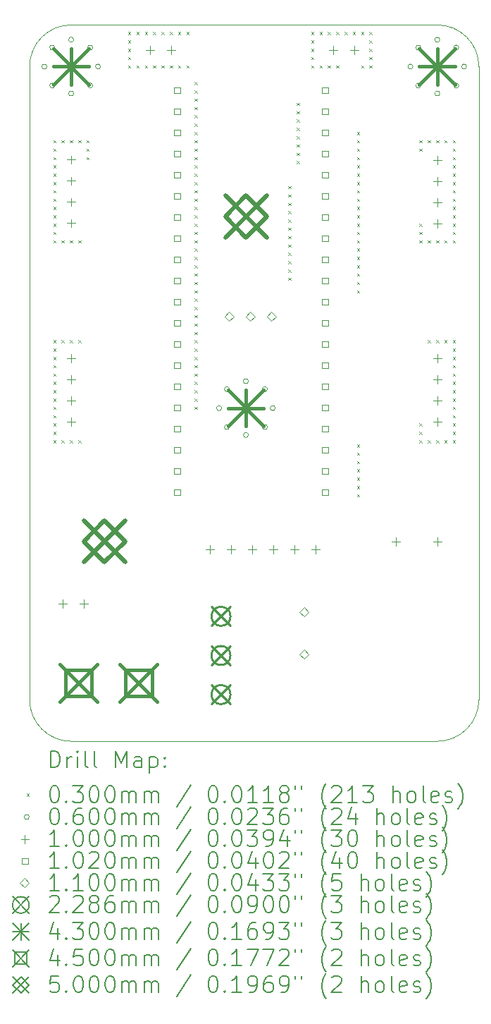
<source format=gbr>
%TF.GenerationSoftware,KiCad,Pcbnew,(6.0.9)*%
%TF.CreationDate,2022-12-10T13:22:27-05:00*%
%TF.ProjectId,Team5_Coaster,5465616d-355f-4436-9f61-737465722e6b,rev?*%
%TF.SameCoordinates,Original*%
%TF.FileFunction,Drillmap*%
%TF.FilePolarity,Positive*%
%FSLAX45Y45*%
G04 Gerber Fmt 4.5, Leading zero omitted, Abs format (unit mm)*
G04 Created by KiCad (PCBNEW (6.0.9)) date 2022-12-10 13:22:27*
%MOMM*%
%LPD*%
G01*
G04 APERTURE LIST*
%ADD10C,0.100000*%
%ADD11C,0.200000*%
%ADD12C,0.030000*%
%ADD13C,0.060000*%
%ADD14C,0.102000*%
%ADD15C,0.110000*%
%ADD16C,0.228600*%
%ADD17C,0.430000*%
%ADD18C,0.450000*%
%ADD19C,0.500000*%
G04 APERTURE END LIST*
D10*
X10300000Y-5100000D02*
G75*
G03*
X9800000Y-5600000I0J-500000D01*
G01*
X14700000Y-13700000D02*
G75*
G03*
X15200000Y-13200000I0J500000D01*
G01*
X9800000Y-13200000D02*
G75*
G03*
X10300000Y-13700000I500000J0D01*
G01*
X14700000Y-5100000D02*
X10300000Y-5100000D01*
X15200000Y-13200000D02*
X15200000Y-5600000D01*
X9800000Y-5600000D02*
X9800000Y-13200000D01*
X10300000Y-13700000D02*
X14700000Y-13700000D01*
X15200000Y-5600000D02*
G75*
G03*
X14700000Y-5100000I-500000J0D01*
G01*
D11*
D12*
X10085000Y-6485000D02*
X10115000Y-6515000D01*
X10115000Y-6485000D02*
X10085000Y-6515000D01*
X10085000Y-6585000D02*
X10115000Y-6615000D01*
X10115000Y-6585000D02*
X10085000Y-6615000D01*
X10085000Y-6685000D02*
X10115000Y-6715000D01*
X10115000Y-6685000D02*
X10085000Y-6715000D01*
X10085000Y-6785000D02*
X10115000Y-6815000D01*
X10115000Y-6785000D02*
X10085000Y-6815000D01*
X10085000Y-6885000D02*
X10115000Y-6915000D01*
X10115000Y-6885000D02*
X10085000Y-6915000D01*
X10085000Y-6985000D02*
X10115000Y-7015000D01*
X10115000Y-6985000D02*
X10085000Y-7015000D01*
X10085000Y-7085000D02*
X10115000Y-7115000D01*
X10115000Y-7085000D02*
X10085000Y-7115000D01*
X10085000Y-7185000D02*
X10115000Y-7215000D01*
X10115000Y-7185000D02*
X10085000Y-7215000D01*
X10085000Y-7285000D02*
X10115000Y-7315000D01*
X10115000Y-7285000D02*
X10085000Y-7315000D01*
X10085000Y-7385000D02*
X10115000Y-7415000D01*
X10115000Y-7385000D02*
X10085000Y-7415000D01*
X10085000Y-7485000D02*
X10115000Y-7515000D01*
X10115000Y-7485000D02*
X10085000Y-7515000D01*
X10085000Y-7585000D02*
X10115000Y-7615000D01*
X10115000Y-7585000D02*
X10085000Y-7615000D01*
X10085000Y-7685000D02*
X10115000Y-7715000D01*
X10115000Y-7685000D02*
X10085000Y-7715000D01*
X10085000Y-8885000D02*
X10115000Y-8915000D01*
X10115000Y-8885000D02*
X10085000Y-8915000D01*
X10085000Y-8985000D02*
X10115000Y-9015000D01*
X10115000Y-8985000D02*
X10085000Y-9015000D01*
X10085000Y-9085000D02*
X10115000Y-9115000D01*
X10115000Y-9085000D02*
X10085000Y-9115000D01*
X10085000Y-9185000D02*
X10115000Y-9215000D01*
X10115000Y-9185000D02*
X10085000Y-9215000D01*
X10085000Y-9285000D02*
X10115000Y-9315000D01*
X10115000Y-9285000D02*
X10085000Y-9315000D01*
X10085000Y-9385000D02*
X10115000Y-9415000D01*
X10115000Y-9385000D02*
X10085000Y-9415000D01*
X10085000Y-9485000D02*
X10115000Y-9515000D01*
X10115000Y-9485000D02*
X10085000Y-9515000D01*
X10085000Y-9585000D02*
X10115000Y-9615000D01*
X10115000Y-9585000D02*
X10085000Y-9615000D01*
X10085000Y-9685000D02*
X10115000Y-9715000D01*
X10115000Y-9685000D02*
X10085000Y-9715000D01*
X10085000Y-9785000D02*
X10115000Y-9815000D01*
X10115000Y-9785000D02*
X10085000Y-9815000D01*
X10085000Y-9885000D02*
X10115000Y-9915000D01*
X10115000Y-9885000D02*
X10085000Y-9915000D01*
X10085000Y-9985000D02*
X10115000Y-10015000D01*
X10115000Y-9985000D02*
X10085000Y-10015000D01*
X10085000Y-10085000D02*
X10115000Y-10115000D01*
X10115000Y-10085000D02*
X10085000Y-10115000D01*
X10185000Y-6485000D02*
X10215000Y-6515000D01*
X10215000Y-6485000D02*
X10185000Y-6515000D01*
X10185000Y-7685000D02*
X10215000Y-7715000D01*
X10215000Y-7685000D02*
X10185000Y-7715000D01*
X10185000Y-8885000D02*
X10215000Y-8915000D01*
X10215000Y-8885000D02*
X10185000Y-8915000D01*
X10185000Y-10085000D02*
X10215000Y-10115000D01*
X10215000Y-10085000D02*
X10185000Y-10115000D01*
X10285000Y-6485000D02*
X10315000Y-6515000D01*
X10315000Y-6485000D02*
X10285000Y-6515000D01*
X10285000Y-7685000D02*
X10315000Y-7715000D01*
X10315000Y-7685000D02*
X10285000Y-7715000D01*
X10285000Y-8885000D02*
X10315000Y-8915000D01*
X10315000Y-8885000D02*
X10285000Y-8915000D01*
X10285000Y-10085000D02*
X10315000Y-10115000D01*
X10315000Y-10085000D02*
X10285000Y-10115000D01*
X10385000Y-6485000D02*
X10415000Y-6515000D01*
X10415000Y-6485000D02*
X10385000Y-6515000D01*
X10385000Y-7685000D02*
X10415000Y-7715000D01*
X10415000Y-7685000D02*
X10385000Y-7715000D01*
X10385000Y-8885000D02*
X10415000Y-8915000D01*
X10415000Y-8885000D02*
X10385000Y-8915000D01*
X10385000Y-10085000D02*
X10415000Y-10115000D01*
X10415000Y-10085000D02*
X10385000Y-10115000D01*
X10485000Y-6485000D02*
X10515000Y-6515000D01*
X10515000Y-6485000D02*
X10485000Y-6515000D01*
X10485000Y-6585000D02*
X10515000Y-6615000D01*
X10515000Y-6585000D02*
X10485000Y-6615000D01*
X10485000Y-6685000D02*
X10515000Y-6715000D01*
X10515000Y-6685000D02*
X10485000Y-6715000D01*
X10985000Y-5185000D02*
X11015000Y-5215000D01*
X11015000Y-5185000D02*
X10985000Y-5215000D01*
X10985000Y-5285000D02*
X11015000Y-5315000D01*
X11015000Y-5285000D02*
X10985000Y-5315000D01*
X10985000Y-5385000D02*
X11015000Y-5415000D01*
X11015000Y-5385000D02*
X10985000Y-5415000D01*
X10985000Y-5485000D02*
X11015000Y-5515000D01*
X11015000Y-5485000D02*
X10985000Y-5515000D01*
X10985000Y-5585000D02*
X11015000Y-5615000D01*
X11015000Y-5585000D02*
X10985000Y-5615000D01*
X11085000Y-5185000D02*
X11115000Y-5215000D01*
X11115000Y-5185000D02*
X11085000Y-5215000D01*
X11085000Y-5585000D02*
X11115000Y-5615000D01*
X11115000Y-5585000D02*
X11085000Y-5615000D01*
X11185000Y-5185000D02*
X11215000Y-5215000D01*
X11215000Y-5185000D02*
X11185000Y-5215000D01*
X11185000Y-5585000D02*
X11215000Y-5615000D01*
X11215000Y-5585000D02*
X11185000Y-5615000D01*
X11285000Y-5185000D02*
X11315000Y-5215000D01*
X11315000Y-5185000D02*
X11285000Y-5215000D01*
X11285000Y-5585000D02*
X11315000Y-5615000D01*
X11315000Y-5585000D02*
X11285000Y-5615000D01*
X11385000Y-5185000D02*
X11415000Y-5215000D01*
X11415000Y-5185000D02*
X11385000Y-5215000D01*
X11385000Y-5585000D02*
X11415000Y-5615000D01*
X11415000Y-5585000D02*
X11385000Y-5615000D01*
X11485000Y-5185000D02*
X11515000Y-5215000D01*
X11515000Y-5185000D02*
X11485000Y-5215000D01*
X11485000Y-5585000D02*
X11515000Y-5615000D01*
X11515000Y-5585000D02*
X11485000Y-5615000D01*
X11585000Y-5185000D02*
X11615000Y-5215000D01*
X11615000Y-5185000D02*
X11585000Y-5215000D01*
X11585000Y-5585000D02*
X11615000Y-5615000D01*
X11615000Y-5585000D02*
X11585000Y-5615000D01*
X11685000Y-5185000D02*
X11715000Y-5215000D01*
X11715000Y-5185000D02*
X11685000Y-5215000D01*
X11685000Y-5585000D02*
X11715000Y-5615000D01*
X11715000Y-5585000D02*
X11685000Y-5615000D01*
X11785000Y-5785000D02*
X11815000Y-5815000D01*
X11815000Y-5785000D02*
X11785000Y-5815000D01*
X11785000Y-5885000D02*
X11815000Y-5915000D01*
X11815000Y-5885000D02*
X11785000Y-5915000D01*
X11785000Y-5985000D02*
X11815000Y-6015000D01*
X11815000Y-5985000D02*
X11785000Y-6015000D01*
X11785000Y-6085000D02*
X11815000Y-6115000D01*
X11815000Y-6085000D02*
X11785000Y-6115000D01*
X11785000Y-6185000D02*
X11815000Y-6215000D01*
X11815000Y-6185000D02*
X11785000Y-6215000D01*
X11785000Y-6285000D02*
X11815000Y-6315000D01*
X11815000Y-6285000D02*
X11785000Y-6315000D01*
X11785000Y-6385000D02*
X11815000Y-6415000D01*
X11815000Y-6385000D02*
X11785000Y-6415000D01*
X11785000Y-6485000D02*
X11815000Y-6515000D01*
X11815000Y-6485000D02*
X11785000Y-6515000D01*
X11785000Y-6585000D02*
X11815000Y-6615000D01*
X11815000Y-6585000D02*
X11785000Y-6615000D01*
X11785000Y-6685000D02*
X11815000Y-6715000D01*
X11815000Y-6685000D02*
X11785000Y-6715000D01*
X11785000Y-6785000D02*
X11815000Y-6815000D01*
X11815000Y-6785000D02*
X11785000Y-6815000D01*
X11785000Y-6885000D02*
X11815000Y-6915000D01*
X11815000Y-6885000D02*
X11785000Y-6915000D01*
X11785000Y-6985000D02*
X11815000Y-7015000D01*
X11815000Y-6985000D02*
X11785000Y-7015000D01*
X11785000Y-7085000D02*
X11815000Y-7115000D01*
X11815000Y-7085000D02*
X11785000Y-7115000D01*
X11785000Y-7185000D02*
X11815000Y-7215000D01*
X11815000Y-7185000D02*
X11785000Y-7215000D01*
X11785000Y-7285000D02*
X11815000Y-7315000D01*
X11815000Y-7285000D02*
X11785000Y-7315000D01*
X11785000Y-7385000D02*
X11815000Y-7415000D01*
X11815000Y-7385000D02*
X11785000Y-7415000D01*
X11785000Y-7485000D02*
X11815000Y-7515000D01*
X11815000Y-7485000D02*
X11785000Y-7515000D01*
X11785000Y-7585000D02*
X11815000Y-7615000D01*
X11815000Y-7585000D02*
X11785000Y-7615000D01*
X11785000Y-7685000D02*
X11815000Y-7715000D01*
X11815000Y-7685000D02*
X11785000Y-7715000D01*
X11785000Y-7785000D02*
X11815000Y-7815000D01*
X11815000Y-7785000D02*
X11785000Y-7815000D01*
X11785000Y-7885000D02*
X11815000Y-7915000D01*
X11815000Y-7885000D02*
X11785000Y-7915000D01*
X11785000Y-7985000D02*
X11815000Y-8015000D01*
X11815000Y-7985000D02*
X11785000Y-8015000D01*
X11785000Y-8085000D02*
X11815000Y-8115000D01*
X11815000Y-8085000D02*
X11785000Y-8115000D01*
X11785000Y-8185000D02*
X11815000Y-8215000D01*
X11815000Y-8185000D02*
X11785000Y-8215000D01*
X11785000Y-8285000D02*
X11815000Y-8315000D01*
X11815000Y-8285000D02*
X11785000Y-8315000D01*
X11785000Y-8385000D02*
X11815000Y-8415000D01*
X11815000Y-8385000D02*
X11785000Y-8415000D01*
X11785000Y-8485000D02*
X11815000Y-8515000D01*
X11815000Y-8485000D02*
X11785000Y-8515000D01*
X11785000Y-8585000D02*
X11815000Y-8615000D01*
X11815000Y-8585000D02*
X11785000Y-8615000D01*
X11785000Y-8685000D02*
X11815000Y-8715000D01*
X11815000Y-8685000D02*
X11785000Y-8715000D01*
X11785000Y-8785000D02*
X11815000Y-8815000D01*
X11815000Y-8785000D02*
X11785000Y-8815000D01*
X11785000Y-8885000D02*
X11815000Y-8915000D01*
X11815000Y-8885000D02*
X11785000Y-8915000D01*
X11785000Y-8985000D02*
X11815000Y-9015000D01*
X11815000Y-8985000D02*
X11785000Y-9015000D01*
X11785000Y-9085000D02*
X11815000Y-9115000D01*
X11815000Y-9085000D02*
X11785000Y-9115000D01*
X11785000Y-9185000D02*
X11815000Y-9215000D01*
X11815000Y-9185000D02*
X11785000Y-9215000D01*
X11785000Y-9285000D02*
X11815000Y-9315000D01*
X11815000Y-9285000D02*
X11785000Y-9315000D01*
X11785000Y-9385000D02*
X11815000Y-9415000D01*
X11815000Y-9385000D02*
X11785000Y-9415000D01*
X11785000Y-9485000D02*
X11815000Y-9515000D01*
X11815000Y-9485000D02*
X11785000Y-9515000D01*
X11785000Y-9585000D02*
X11815000Y-9615000D01*
X11815000Y-9585000D02*
X11785000Y-9615000D01*
X11785000Y-9685000D02*
X11815000Y-9715000D01*
X11815000Y-9685000D02*
X11785000Y-9715000D01*
X12910000Y-7035000D02*
X12940000Y-7065000D01*
X12940000Y-7035000D02*
X12910000Y-7065000D01*
X12910000Y-7135000D02*
X12940000Y-7165000D01*
X12940000Y-7135000D02*
X12910000Y-7165000D01*
X12910000Y-7235000D02*
X12940000Y-7265000D01*
X12940000Y-7235000D02*
X12910000Y-7265000D01*
X12910000Y-7335000D02*
X12940000Y-7365000D01*
X12940000Y-7335000D02*
X12910000Y-7365000D01*
X12910000Y-7435000D02*
X12940000Y-7465000D01*
X12940000Y-7435000D02*
X12910000Y-7465000D01*
X12910000Y-7535000D02*
X12940000Y-7565000D01*
X12940000Y-7535000D02*
X12910000Y-7565000D01*
X12910000Y-7635000D02*
X12940000Y-7665000D01*
X12940000Y-7635000D02*
X12910000Y-7665000D01*
X12910000Y-7735000D02*
X12940000Y-7765000D01*
X12940000Y-7735000D02*
X12910000Y-7765000D01*
X12910000Y-7835000D02*
X12940000Y-7865000D01*
X12940000Y-7835000D02*
X12910000Y-7865000D01*
X12910000Y-7935000D02*
X12940000Y-7965000D01*
X12940000Y-7935000D02*
X12910000Y-7965000D01*
X12910000Y-8035000D02*
X12940000Y-8065000D01*
X12940000Y-8035000D02*
X12910000Y-8065000D01*
X12910000Y-8135000D02*
X12940000Y-8165000D01*
X12940000Y-8135000D02*
X12910000Y-8165000D01*
X13010000Y-6035000D02*
X13040000Y-6065000D01*
X13040000Y-6035000D02*
X13010000Y-6065000D01*
X13010000Y-6135000D02*
X13040000Y-6165000D01*
X13040000Y-6135000D02*
X13010000Y-6165000D01*
X13010000Y-6235000D02*
X13040000Y-6265000D01*
X13040000Y-6235000D02*
X13010000Y-6265000D01*
X13010000Y-6335000D02*
X13040000Y-6365000D01*
X13040000Y-6335000D02*
X13010000Y-6365000D01*
X13010000Y-6435000D02*
X13040000Y-6465000D01*
X13040000Y-6435000D02*
X13010000Y-6465000D01*
X13010000Y-6535000D02*
X13040000Y-6565000D01*
X13040000Y-6535000D02*
X13010000Y-6565000D01*
X13010000Y-6635000D02*
X13040000Y-6665000D01*
X13040000Y-6635000D02*
X13010000Y-6665000D01*
X13010000Y-6735000D02*
X13040000Y-6765000D01*
X13040000Y-6735000D02*
X13010000Y-6765000D01*
X13185000Y-5185000D02*
X13215000Y-5215000D01*
X13215000Y-5185000D02*
X13185000Y-5215000D01*
X13185000Y-5285000D02*
X13215000Y-5315000D01*
X13215000Y-5285000D02*
X13185000Y-5315000D01*
X13185000Y-5385000D02*
X13215000Y-5415000D01*
X13215000Y-5385000D02*
X13185000Y-5415000D01*
X13185000Y-5485000D02*
X13215000Y-5515000D01*
X13215000Y-5485000D02*
X13185000Y-5515000D01*
X13185000Y-5585000D02*
X13215000Y-5615000D01*
X13215000Y-5585000D02*
X13185000Y-5615000D01*
X13285000Y-5185000D02*
X13315000Y-5215000D01*
X13315000Y-5185000D02*
X13285000Y-5215000D01*
X13285000Y-5585000D02*
X13315000Y-5615000D01*
X13315000Y-5585000D02*
X13285000Y-5615000D01*
X13385000Y-5185000D02*
X13415000Y-5215000D01*
X13415000Y-5185000D02*
X13385000Y-5215000D01*
X13385000Y-5585000D02*
X13415000Y-5615000D01*
X13415000Y-5585000D02*
X13385000Y-5615000D01*
X13485000Y-5185000D02*
X13515000Y-5215000D01*
X13515000Y-5185000D02*
X13485000Y-5215000D01*
X13485000Y-5585000D02*
X13515000Y-5615000D01*
X13515000Y-5585000D02*
X13485000Y-5615000D01*
X13585000Y-5185000D02*
X13615000Y-5215000D01*
X13615000Y-5185000D02*
X13585000Y-5215000D01*
X13685000Y-5185000D02*
X13715000Y-5215000D01*
X13715000Y-5185000D02*
X13685000Y-5215000D01*
X13735000Y-6385000D02*
X13765000Y-6415000D01*
X13765000Y-6385000D02*
X13735000Y-6415000D01*
X13735000Y-6485000D02*
X13765000Y-6515000D01*
X13765000Y-6485000D02*
X13735000Y-6515000D01*
X13735000Y-6585000D02*
X13765000Y-6615000D01*
X13765000Y-6585000D02*
X13735000Y-6615000D01*
X13735000Y-6685000D02*
X13765000Y-6715000D01*
X13765000Y-6685000D02*
X13735000Y-6715000D01*
X13735000Y-6785000D02*
X13765000Y-6815000D01*
X13765000Y-6785000D02*
X13735000Y-6815000D01*
X13735000Y-6885000D02*
X13765000Y-6915000D01*
X13765000Y-6885000D02*
X13735000Y-6915000D01*
X13735000Y-6985000D02*
X13765000Y-7015000D01*
X13765000Y-6985000D02*
X13735000Y-7015000D01*
X13735000Y-7085000D02*
X13765000Y-7115000D01*
X13765000Y-7085000D02*
X13735000Y-7115000D01*
X13735000Y-7185000D02*
X13765000Y-7215000D01*
X13765000Y-7185000D02*
X13735000Y-7215000D01*
X13735000Y-7285000D02*
X13765000Y-7315000D01*
X13765000Y-7285000D02*
X13735000Y-7315000D01*
X13735000Y-7385000D02*
X13765000Y-7415000D01*
X13765000Y-7385000D02*
X13735000Y-7415000D01*
X13735000Y-7485000D02*
X13765000Y-7515000D01*
X13765000Y-7485000D02*
X13735000Y-7515000D01*
X13735000Y-7585000D02*
X13765000Y-7615000D01*
X13765000Y-7585000D02*
X13735000Y-7615000D01*
X13735000Y-7685000D02*
X13765000Y-7715000D01*
X13765000Y-7685000D02*
X13735000Y-7715000D01*
X13735000Y-7785000D02*
X13765000Y-7815000D01*
X13765000Y-7785000D02*
X13735000Y-7815000D01*
X13735000Y-7885000D02*
X13765000Y-7915000D01*
X13765000Y-7885000D02*
X13735000Y-7915000D01*
X13735000Y-7985000D02*
X13765000Y-8015000D01*
X13765000Y-7985000D02*
X13735000Y-8015000D01*
X13735000Y-8085000D02*
X13765000Y-8115000D01*
X13765000Y-8085000D02*
X13735000Y-8115000D01*
X13735000Y-8185000D02*
X13765000Y-8215000D01*
X13765000Y-8185000D02*
X13735000Y-8215000D01*
X13735000Y-8285000D02*
X13765000Y-8315000D01*
X13765000Y-8285000D02*
X13735000Y-8315000D01*
X13735000Y-10135000D02*
X13765000Y-10165000D01*
X13765000Y-10135000D02*
X13735000Y-10165000D01*
X13735000Y-10235000D02*
X13765000Y-10265000D01*
X13765000Y-10235000D02*
X13735000Y-10265000D01*
X13735000Y-10335000D02*
X13765000Y-10365000D01*
X13765000Y-10335000D02*
X13735000Y-10365000D01*
X13735000Y-10435000D02*
X13765000Y-10465000D01*
X13765000Y-10435000D02*
X13735000Y-10465000D01*
X13735000Y-10535000D02*
X13765000Y-10565000D01*
X13765000Y-10535000D02*
X13735000Y-10565000D01*
X13735000Y-10635000D02*
X13765000Y-10665000D01*
X13765000Y-10635000D02*
X13735000Y-10665000D01*
X13735000Y-10735000D02*
X13765000Y-10765000D01*
X13765000Y-10735000D02*
X13735000Y-10765000D01*
X13785000Y-5185000D02*
X13815000Y-5215000D01*
X13815000Y-5185000D02*
X13785000Y-5215000D01*
X13785000Y-5585000D02*
X13815000Y-5615000D01*
X13815000Y-5585000D02*
X13785000Y-5615000D01*
X13885000Y-5185000D02*
X13915000Y-5215000D01*
X13915000Y-5185000D02*
X13885000Y-5215000D01*
X13885000Y-5285000D02*
X13915000Y-5315000D01*
X13915000Y-5285000D02*
X13885000Y-5315000D01*
X13885000Y-5385000D02*
X13915000Y-5415000D01*
X13915000Y-5385000D02*
X13885000Y-5415000D01*
X13885000Y-5485000D02*
X13915000Y-5515000D01*
X13915000Y-5485000D02*
X13885000Y-5515000D01*
X13885000Y-5585000D02*
X13915000Y-5615000D01*
X13915000Y-5585000D02*
X13885000Y-5615000D01*
X14485000Y-6485000D02*
X14515000Y-6515000D01*
X14515000Y-6485000D02*
X14485000Y-6515000D01*
X14485000Y-6585000D02*
X14515000Y-6615000D01*
X14515000Y-6585000D02*
X14485000Y-6615000D01*
X14485000Y-7485000D02*
X14515000Y-7515000D01*
X14515000Y-7485000D02*
X14485000Y-7515000D01*
X14485000Y-7585000D02*
X14515000Y-7615000D01*
X14515000Y-7585000D02*
X14485000Y-7615000D01*
X14485000Y-7685000D02*
X14515000Y-7715000D01*
X14515000Y-7685000D02*
X14485000Y-7715000D01*
X14485000Y-9885000D02*
X14515000Y-9915000D01*
X14515000Y-9885000D02*
X14485000Y-9915000D01*
X14485000Y-9985000D02*
X14515000Y-10015000D01*
X14515000Y-9985000D02*
X14485000Y-10015000D01*
X14485000Y-10085000D02*
X14515000Y-10115000D01*
X14515000Y-10085000D02*
X14485000Y-10115000D01*
X14585000Y-6485000D02*
X14615000Y-6515000D01*
X14615000Y-6485000D02*
X14585000Y-6515000D01*
X14585000Y-7685000D02*
X14615000Y-7715000D01*
X14615000Y-7685000D02*
X14585000Y-7715000D01*
X14585000Y-8885000D02*
X14615000Y-8915000D01*
X14615000Y-8885000D02*
X14585000Y-8915000D01*
X14585000Y-10085000D02*
X14615000Y-10115000D01*
X14615000Y-10085000D02*
X14585000Y-10115000D01*
X14685000Y-6485000D02*
X14715000Y-6515000D01*
X14715000Y-6485000D02*
X14685000Y-6515000D01*
X14685000Y-7685000D02*
X14715000Y-7715000D01*
X14715000Y-7685000D02*
X14685000Y-7715000D01*
X14685000Y-8885000D02*
X14715000Y-8915000D01*
X14715000Y-8885000D02*
X14685000Y-8915000D01*
X14685000Y-10085000D02*
X14715000Y-10115000D01*
X14715000Y-10085000D02*
X14685000Y-10115000D01*
X14785000Y-6485000D02*
X14815000Y-6515000D01*
X14815000Y-6485000D02*
X14785000Y-6515000D01*
X14785000Y-7685000D02*
X14815000Y-7715000D01*
X14815000Y-7685000D02*
X14785000Y-7715000D01*
X14785000Y-8885000D02*
X14815000Y-8915000D01*
X14815000Y-8885000D02*
X14785000Y-8915000D01*
X14785000Y-10085000D02*
X14815000Y-10115000D01*
X14815000Y-10085000D02*
X14785000Y-10115000D01*
X14885000Y-6485000D02*
X14915000Y-6515000D01*
X14915000Y-6485000D02*
X14885000Y-6515000D01*
X14885000Y-6585000D02*
X14915000Y-6615000D01*
X14915000Y-6585000D02*
X14885000Y-6615000D01*
X14885000Y-6685000D02*
X14915000Y-6715000D01*
X14915000Y-6685000D02*
X14885000Y-6715000D01*
X14885000Y-6785000D02*
X14915000Y-6815000D01*
X14915000Y-6785000D02*
X14885000Y-6815000D01*
X14885000Y-6885000D02*
X14915000Y-6915000D01*
X14915000Y-6885000D02*
X14885000Y-6915000D01*
X14885000Y-6985000D02*
X14915000Y-7015000D01*
X14915000Y-6985000D02*
X14885000Y-7015000D01*
X14885000Y-7085000D02*
X14915000Y-7115000D01*
X14915000Y-7085000D02*
X14885000Y-7115000D01*
X14885000Y-7185000D02*
X14915000Y-7215000D01*
X14915000Y-7185000D02*
X14885000Y-7215000D01*
X14885000Y-7285000D02*
X14915000Y-7315000D01*
X14915000Y-7285000D02*
X14885000Y-7315000D01*
X14885000Y-7385000D02*
X14915000Y-7415000D01*
X14915000Y-7385000D02*
X14885000Y-7415000D01*
X14885000Y-7485000D02*
X14915000Y-7515000D01*
X14915000Y-7485000D02*
X14885000Y-7515000D01*
X14885000Y-7585000D02*
X14915000Y-7615000D01*
X14915000Y-7585000D02*
X14885000Y-7615000D01*
X14885000Y-7685000D02*
X14915000Y-7715000D01*
X14915000Y-7685000D02*
X14885000Y-7715000D01*
X14885000Y-8885000D02*
X14915000Y-8915000D01*
X14915000Y-8885000D02*
X14885000Y-8915000D01*
X14885000Y-8985000D02*
X14915000Y-9015000D01*
X14915000Y-8985000D02*
X14885000Y-9015000D01*
X14885000Y-9085000D02*
X14915000Y-9115000D01*
X14915000Y-9085000D02*
X14885000Y-9115000D01*
X14885000Y-9185000D02*
X14915000Y-9215000D01*
X14915000Y-9185000D02*
X14885000Y-9215000D01*
X14885000Y-9285000D02*
X14915000Y-9315000D01*
X14915000Y-9285000D02*
X14885000Y-9315000D01*
X14885000Y-9385000D02*
X14915000Y-9415000D01*
X14915000Y-9385000D02*
X14885000Y-9415000D01*
X14885000Y-9485000D02*
X14915000Y-9515000D01*
X14915000Y-9485000D02*
X14885000Y-9515000D01*
X14885000Y-9585000D02*
X14915000Y-9615000D01*
X14915000Y-9585000D02*
X14885000Y-9615000D01*
X14885000Y-9685000D02*
X14915000Y-9715000D01*
X14915000Y-9685000D02*
X14885000Y-9715000D01*
X14885000Y-9785000D02*
X14915000Y-9815000D01*
X14915000Y-9785000D02*
X14885000Y-9815000D01*
X14885000Y-9885000D02*
X14915000Y-9915000D01*
X14915000Y-9885000D02*
X14885000Y-9915000D01*
X14885000Y-9985000D02*
X14915000Y-10015000D01*
X14915000Y-9985000D02*
X14885000Y-10015000D01*
X14885000Y-10085000D02*
X14915000Y-10115000D01*
X14915000Y-10085000D02*
X14885000Y-10115000D01*
D13*
X10007500Y-5600000D02*
G75*
G03*
X10007500Y-5600000I-30000J0D01*
G01*
X10101958Y-5371958D02*
G75*
G03*
X10101958Y-5371958I-30000J0D01*
G01*
X10101958Y-5828042D02*
G75*
G03*
X10101958Y-5828042I-30000J0D01*
G01*
X10330000Y-5277500D02*
G75*
G03*
X10330000Y-5277500I-30000J0D01*
G01*
X10330000Y-5922500D02*
G75*
G03*
X10330000Y-5922500I-30000J0D01*
G01*
X10558042Y-5371958D02*
G75*
G03*
X10558042Y-5371958I-30000J0D01*
G01*
X10558042Y-5828042D02*
G75*
G03*
X10558042Y-5828042I-30000J0D01*
G01*
X10652500Y-5600000D02*
G75*
G03*
X10652500Y-5600000I-30000J0D01*
G01*
X12107500Y-9700000D02*
G75*
G03*
X12107500Y-9700000I-30000J0D01*
G01*
X12201958Y-9471958D02*
G75*
G03*
X12201958Y-9471958I-30000J0D01*
G01*
X12201958Y-9928042D02*
G75*
G03*
X12201958Y-9928042I-30000J0D01*
G01*
X12430000Y-9377500D02*
G75*
G03*
X12430000Y-9377500I-30000J0D01*
G01*
X12430000Y-10022500D02*
G75*
G03*
X12430000Y-10022500I-30000J0D01*
G01*
X12658042Y-9471958D02*
G75*
G03*
X12658042Y-9471958I-30000J0D01*
G01*
X12658042Y-9928042D02*
G75*
G03*
X12658042Y-9928042I-30000J0D01*
G01*
X12752500Y-9700000D02*
G75*
G03*
X12752500Y-9700000I-30000J0D01*
G01*
X14407500Y-5600000D02*
G75*
G03*
X14407500Y-5600000I-30000J0D01*
G01*
X14501958Y-5371958D02*
G75*
G03*
X14501958Y-5371958I-30000J0D01*
G01*
X14501958Y-5828042D02*
G75*
G03*
X14501958Y-5828042I-30000J0D01*
G01*
X14730000Y-5277500D02*
G75*
G03*
X14730000Y-5277500I-30000J0D01*
G01*
X14730000Y-5922500D02*
G75*
G03*
X14730000Y-5922500I-30000J0D01*
G01*
X14958042Y-5371958D02*
G75*
G03*
X14958042Y-5371958I-30000J0D01*
G01*
X14958042Y-5828042D02*
G75*
G03*
X14958042Y-5828042I-30000J0D01*
G01*
X15052500Y-5600000D02*
G75*
G03*
X15052500Y-5600000I-30000J0D01*
G01*
D10*
X10200000Y-12000000D02*
X10200000Y-12100000D01*
X10150000Y-12050000D02*
X10250000Y-12050000D01*
X10300000Y-6668000D02*
X10300000Y-6768000D01*
X10250000Y-6718000D02*
X10350000Y-6718000D01*
X10300000Y-6922000D02*
X10300000Y-7022000D01*
X10250000Y-6972000D02*
X10350000Y-6972000D01*
X10300000Y-7176000D02*
X10300000Y-7276000D01*
X10250000Y-7226000D02*
X10350000Y-7226000D01*
X10300000Y-7430000D02*
X10300000Y-7530000D01*
X10250000Y-7480000D02*
X10350000Y-7480000D01*
X10300000Y-9050000D02*
X10300000Y-9150000D01*
X10250000Y-9100000D02*
X10350000Y-9100000D01*
X10300000Y-9304000D02*
X10300000Y-9404000D01*
X10250000Y-9354000D02*
X10350000Y-9354000D01*
X10300000Y-9558000D02*
X10300000Y-9658000D01*
X10250000Y-9608000D02*
X10350000Y-9608000D01*
X10300000Y-9812000D02*
X10300000Y-9912000D01*
X10250000Y-9862000D02*
X10350000Y-9862000D01*
X10454000Y-12000000D02*
X10454000Y-12100000D01*
X10404000Y-12050000D02*
X10504000Y-12050000D01*
X11246000Y-5350000D02*
X11246000Y-5450000D01*
X11196000Y-5400000D02*
X11296000Y-5400000D01*
X11500000Y-5350000D02*
X11500000Y-5450000D01*
X11450000Y-5400000D02*
X11550000Y-5400000D01*
X11967500Y-11347500D02*
X11967500Y-11447500D01*
X11917500Y-11397500D02*
X12017500Y-11397500D01*
X12221500Y-11347500D02*
X12221500Y-11447500D01*
X12171500Y-11397500D02*
X12271500Y-11397500D01*
X12475500Y-11347500D02*
X12475500Y-11447500D01*
X12425500Y-11397500D02*
X12525500Y-11397500D01*
X12729500Y-11347500D02*
X12729500Y-11447500D01*
X12679500Y-11397500D02*
X12779500Y-11397500D01*
X12983500Y-11347500D02*
X12983500Y-11447500D01*
X12933500Y-11397500D02*
X13033500Y-11397500D01*
X13237500Y-11347500D02*
X13237500Y-11447500D01*
X13187500Y-11397500D02*
X13287500Y-11397500D01*
X13446000Y-5350000D02*
X13446000Y-5450000D01*
X13396000Y-5400000D02*
X13496000Y-5400000D01*
X13700000Y-5350000D02*
X13700000Y-5450000D01*
X13650000Y-5400000D02*
X13750000Y-5400000D01*
X14200000Y-11250000D02*
X14200000Y-11350000D01*
X14150000Y-11300000D02*
X14250000Y-11300000D01*
X14700000Y-6670000D02*
X14700000Y-6770000D01*
X14650000Y-6720000D02*
X14750000Y-6720000D01*
X14700000Y-6924000D02*
X14700000Y-7024000D01*
X14650000Y-6974000D02*
X14750000Y-6974000D01*
X14700000Y-7178000D02*
X14700000Y-7278000D01*
X14650000Y-7228000D02*
X14750000Y-7228000D01*
X14700000Y-7432000D02*
X14700000Y-7532000D01*
X14650000Y-7482000D02*
X14750000Y-7482000D01*
X14700000Y-9050000D02*
X14700000Y-9150000D01*
X14650000Y-9100000D02*
X14750000Y-9100000D01*
X14700000Y-9304000D02*
X14700000Y-9404000D01*
X14650000Y-9354000D02*
X14750000Y-9354000D01*
X14700000Y-9558000D02*
X14700000Y-9658000D01*
X14650000Y-9608000D02*
X14750000Y-9608000D01*
X14700000Y-9812000D02*
X14700000Y-9912000D01*
X14650000Y-9862000D02*
X14750000Y-9862000D01*
X14700000Y-11250000D02*
X14700000Y-11350000D01*
X14650000Y-11300000D02*
X14750000Y-11300000D01*
D14*
X11610563Y-5921563D02*
X11610563Y-5849437D01*
X11538437Y-5849437D01*
X11538437Y-5921563D01*
X11610563Y-5921563D01*
X11610563Y-6175563D02*
X11610563Y-6103437D01*
X11538437Y-6103437D01*
X11538437Y-6175563D01*
X11610563Y-6175563D01*
X11610563Y-6429563D02*
X11610563Y-6357437D01*
X11538437Y-6357437D01*
X11538437Y-6429563D01*
X11610563Y-6429563D01*
X11610563Y-6683563D02*
X11610563Y-6611437D01*
X11538437Y-6611437D01*
X11538437Y-6683563D01*
X11610563Y-6683563D01*
X11610563Y-6937563D02*
X11610563Y-6865437D01*
X11538437Y-6865437D01*
X11538437Y-6937563D01*
X11610563Y-6937563D01*
X11610563Y-7191563D02*
X11610563Y-7119437D01*
X11538437Y-7119437D01*
X11538437Y-7191563D01*
X11610563Y-7191563D01*
X11610563Y-7445563D02*
X11610563Y-7373437D01*
X11538437Y-7373437D01*
X11538437Y-7445563D01*
X11610563Y-7445563D01*
X11610563Y-7699563D02*
X11610563Y-7627437D01*
X11538437Y-7627437D01*
X11538437Y-7699563D01*
X11610563Y-7699563D01*
X11610563Y-7953563D02*
X11610563Y-7881437D01*
X11538437Y-7881437D01*
X11538437Y-7953563D01*
X11610563Y-7953563D01*
X11610563Y-8207563D02*
X11610563Y-8135437D01*
X11538437Y-8135437D01*
X11538437Y-8207563D01*
X11610563Y-8207563D01*
X11610563Y-8461563D02*
X11610563Y-8389437D01*
X11538437Y-8389437D01*
X11538437Y-8461563D01*
X11610563Y-8461563D01*
X11610563Y-8715563D02*
X11610563Y-8643437D01*
X11538437Y-8643437D01*
X11538437Y-8715563D01*
X11610563Y-8715563D01*
X11610563Y-8969563D02*
X11610563Y-8897437D01*
X11538437Y-8897437D01*
X11538437Y-8969563D01*
X11610563Y-8969563D01*
X11610563Y-9223563D02*
X11610563Y-9151437D01*
X11538437Y-9151437D01*
X11538437Y-9223563D01*
X11610563Y-9223563D01*
X11610563Y-9477563D02*
X11610563Y-9405437D01*
X11538437Y-9405437D01*
X11538437Y-9477563D01*
X11610563Y-9477563D01*
X11610563Y-9731563D02*
X11610563Y-9659437D01*
X11538437Y-9659437D01*
X11538437Y-9731563D01*
X11610563Y-9731563D01*
X11610563Y-9985563D02*
X11610563Y-9913437D01*
X11538437Y-9913437D01*
X11538437Y-9985563D01*
X11610563Y-9985563D01*
X11610563Y-10239563D02*
X11610563Y-10167437D01*
X11538437Y-10167437D01*
X11538437Y-10239563D01*
X11610563Y-10239563D01*
X11610563Y-10493563D02*
X11610563Y-10421437D01*
X11538437Y-10421437D01*
X11538437Y-10493563D01*
X11610563Y-10493563D01*
X11610563Y-10747563D02*
X11610563Y-10675437D01*
X11538437Y-10675437D01*
X11538437Y-10747563D01*
X11610563Y-10747563D01*
X13388563Y-5921563D02*
X13388563Y-5849437D01*
X13316437Y-5849437D01*
X13316437Y-5921563D01*
X13388563Y-5921563D01*
X13388563Y-6175563D02*
X13388563Y-6103437D01*
X13316437Y-6103437D01*
X13316437Y-6175563D01*
X13388563Y-6175563D01*
X13388563Y-6429563D02*
X13388563Y-6357437D01*
X13316437Y-6357437D01*
X13316437Y-6429563D01*
X13388563Y-6429563D01*
X13388563Y-6683563D02*
X13388563Y-6611437D01*
X13316437Y-6611437D01*
X13316437Y-6683563D01*
X13388563Y-6683563D01*
X13388563Y-6937563D02*
X13388563Y-6865437D01*
X13316437Y-6865437D01*
X13316437Y-6937563D01*
X13388563Y-6937563D01*
X13388563Y-7191563D02*
X13388563Y-7119437D01*
X13316437Y-7119437D01*
X13316437Y-7191563D01*
X13388563Y-7191563D01*
X13388563Y-7445563D02*
X13388563Y-7373437D01*
X13316437Y-7373437D01*
X13316437Y-7445563D01*
X13388563Y-7445563D01*
X13388563Y-7699563D02*
X13388563Y-7627437D01*
X13316437Y-7627437D01*
X13316437Y-7699563D01*
X13388563Y-7699563D01*
X13388563Y-7953563D02*
X13388563Y-7881437D01*
X13316437Y-7881437D01*
X13316437Y-7953563D01*
X13388563Y-7953563D01*
X13388563Y-8207563D02*
X13388563Y-8135437D01*
X13316437Y-8135437D01*
X13316437Y-8207563D01*
X13388563Y-8207563D01*
X13388563Y-8461563D02*
X13388563Y-8389437D01*
X13316437Y-8389437D01*
X13316437Y-8461563D01*
X13388563Y-8461563D01*
X13388563Y-8715563D02*
X13388563Y-8643437D01*
X13316437Y-8643437D01*
X13316437Y-8715563D01*
X13388563Y-8715563D01*
X13388563Y-8969563D02*
X13388563Y-8897437D01*
X13316437Y-8897437D01*
X13316437Y-8969563D01*
X13388563Y-8969563D01*
X13388563Y-9223563D02*
X13388563Y-9151437D01*
X13316437Y-9151437D01*
X13316437Y-9223563D01*
X13388563Y-9223563D01*
X13388563Y-9477563D02*
X13388563Y-9405437D01*
X13316437Y-9405437D01*
X13316437Y-9477563D01*
X13388563Y-9477563D01*
X13388563Y-9731563D02*
X13388563Y-9659437D01*
X13316437Y-9659437D01*
X13316437Y-9731563D01*
X13388563Y-9731563D01*
X13388563Y-9985563D02*
X13388563Y-9913437D01*
X13316437Y-9913437D01*
X13316437Y-9985563D01*
X13388563Y-9985563D01*
X13388563Y-10239563D02*
X13388563Y-10167437D01*
X13316437Y-10167437D01*
X13316437Y-10239563D01*
X13388563Y-10239563D01*
X13388563Y-10493563D02*
X13388563Y-10421437D01*
X13316437Y-10421437D01*
X13316437Y-10493563D01*
X13388563Y-10493563D01*
X13388563Y-10747563D02*
X13388563Y-10675437D01*
X13316437Y-10675437D01*
X13316437Y-10747563D01*
X13388563Y-10747563D01*
D15*
X12200000Y-8655000D02*
X12255000Y-8600000D01*
X12200000Y-8545000D01*
X12145000Y-8600000D01*
X12200000Y-8655000D01*
X12454000Y-8655000D02*
X12509000Y-8600000D01*
X12454000Y-8545000D01*
X12399000Y-8600000D01*
X12454000Y-8655000D01*
X12708000Y-8655000D02*
X12763000Y-8600000D01*
X12708000Y-8545000D01*
X12653000Y-8600000D01*
X12708000Y-8655000D01*
X13100000Y-12201000D02*
X13155000Y-12146000D01*
X13100000Y-12091000D01*
X13045000Y-12146000D01*
X13100000Y-12201000D01*
X13100000Y-12709000D02*
X13155000Y-12654000D01*
X13100000Y-12599000D01*
X13045000Y-12654000D01*
X13100000Y-12709000D01*
D16*
X11985700Y-12085700D02*
X12214300Y-12314300D01*
X12214300Y-12085700D02*
X11985700Y-12314300D01*
X12214300Y-12200000D02*
G75*
G03*
X12214300Y-12200000I-114300J0D01*
G01*
X11985700Y-12555600D02*
X12214300Y-12784200D01*
X12214300Y-12555600D02*
X11985700Y-12784200D01*
X12214300Y-12669900D02*
G75*
G03*
X12214300Y-12669900I-114300J0D01*
G01*
X11985700Y-13025500D02*
X12214300Y-13254100D01*
X12214300Y-13025500D02*
X11985700Y-13254100D01*
X12214300Y-13139800D02*
G75*
G03*
X12214300Y-13139800I-114300J0D01*
G01*
D17*
X10085000Y-5385000D02*
X10515000Y-5815000D01*
X10515000Y-5385000D02*
X10085000Y-5815000D01*
X10300000Y-5385000D02*
X10300000Y-5815000D01*
X10085000Y-5600000D02*
X10515000Y-5600000D01*
X12185000Y-9485000D02*
X12615000Y-9915000D01*
X12615000Y-9485000D02*
X12185000Y-9915000D01*
X12400000Y-9485000D02*
X12400000Y-9915000D01*
X12185000Y-9700000D02*
X12615000Y-9700000D01*
X14485000Y-5385000D02*
X14915000Y-5815000D01*
X14915000Y-5385000D02*
X14485000Y-5815000D01*
X14700000Y-5385000D02*
X14700000Y-5815000D01*
X14485000Y-5600000D02*
X14915000Y-5600000D01*
D18*
X10165000Y-12775000D02*
X10615000Y-13225000D01*
X10615000Y-12775000D02*
X10165000Y-13225000D01*
X10549101Y-13159101D02*
X10549101Y-12840899D01*
X10230899Y-12840899D01*
X10230899Y-13159101D01*
X10549101Y-13159101D01*
X10885000Y-12775000D02*
X11335000Y-13225000D01*
X11335000Y-12775000D02*
X10885000Y-13225000D01*
X11269101Y-13159101D02*
X11269101Y-12840899D01*
X10950899Y-12840899D01*
X10950899Y-13159101D01*
X11269101Y-13159101D01*
D19*
X10450000Y-11050000D02*
X10950000Y-11550000D01*
X10950000Y-11050000D02*
X10450000Y-11550000D01*
X10700000Y-11550000D02*
X10950000Y-11300000D01*
X10700000Y-11050000D01*
X10450000Y-11300000D01*
X10700000Y-11550000D01*
X12150000Y-7150000D02*
X12650000Y-7650000D01*
X12650000Y-7150000D02*
X12150000Y-7650000D01*
X12400000Y-7650000D02*
X12650000Y-7400000D01*
X12400000Y-7150000D01*
X12150000Y-7400000D01*
X12400000Y-7650000D01*
D11*
X10052619Y-14015476D02*
X10052619Y-13815476D01*
X10100238Y-13815476D01*
X10128810Y-13825000D01*
X10147857Y-13844048D01*
X10157381Y-13863095D01*
X10166905Y-13901190D01*
X10166905Y-13929762D01*
X10157381Y-13967857D01*
X10147857Y-13986905D01*
X10128810Y-14005952D01*
X10100238Y-14015476D01*
X10052619Y-14015476D01*
X10252619Y-14015476D02*
X10252619Y-13882143D01*
X10252619Y-13920238D02*
X10262143Y-13901190D01*
X10271667Y-13891667D01*
X10290714Y-13882143D01*
X10309762Y-13882143D01*
X10376429Y-14015476D02*
X10376429Y-13882143D01*
X10376429Y-13815476D02*
X10366905Y-13825000D01*
X10376429Y-13834524D01*
X10385952Y-13825000D01*
X10376429Y-13815476D01*
X10376429Y-13834524D01*
X10500238Y-14015476D02*
X10481190Y-14005952D01*
X10471667Y-13986905D01*
X10471667Y-13815476D01*
X10605000Y-14015476D02*
X10585952Y-14005952D01*
X10576429Y-13986905D01*
X10576429Y-13815476D01*
X10833571Y-14015476D02*
X10833571Y-13815476D01*
X10900238Y-13958333D01*
X10966905Y-13815476D01*
X10966905Y-14015476D01*
X11147857Y-14015476D02*
X11147857Y-13910714D01*
X11138333Y-13891667D01*
X11119286Y-13882143D01*
X11081190Y-13882143D01*
X11062143Y-13891667D01*
X11147857Y-14005952D02*
X11128810Y-14015476D01*
X11081190Y-14015476D01*
X11062143Y-14005952D01*
X11052619Y-13986905D01*
X11052619Y-13967857D01*
X11062143Y-13948809D01*
X11081190Y-13939286D01*
X11128810Y-13939286D01*
X11147857Y-13929762D01*
X11243095Y-13882143D02*
X11243095Y-14082143D01*
X11243095Y-13891667D02*
X11262143Y-13882143D01*
X11300238Y-13882143D01*
X11319286Y-13891667D01*
X11328809Y-13901190D01*
X11338333Y-13920238D01*
X11338333Y-13977381D01*
X11328809Y-13996428D01*
X11319286Y-14005952D01*
X11300238Y-14015476D01*
X11262143Y-14015476D01*
X11243095Y-14005952D01*
X11424048Y-13996428D02*
X11433571Y-14005952D01*
X11424048Y-14015476D01*
X11414524Y-14005952D01*
X11424048Y-13996428D01*
X11424048Y-14015476D01*
X11424048Y-13891667D02*
X11433571Y-13901190D01*
X11424048Y-13910714D01*
X11414524Y-13901190D01*
X11424048Y-13891667D01*
X11424048Y-13910714D01*
D12*
X9765000Y-14330000D02*
X9795000Y-14360000D01*
X9795000Y-14330000D02*
X9765000Y-14360000D01*
D11*
X10090714Y-14235476D02*
X10109762Y-14235476D01*
X10128810Y-14245000D01*
X10138333Y-14254524D01*
X10147857Y-14273571D01*
X10157381Y-14311667D01*
X10157381Y-14359286D01*
X10147857Y-14397381D01*
X10138333Y-14416428D01*
X10128810Y-14425952D01*
X10109762Y-14435476D01*
X10090714Y-14435476D01*
X10071667Y-14425952D01*
X10062143Y-14416428D01*
X10052619Y-14397381D01*
X10043095Y-14359286D01*
X10043095Y-14311667D01*
X10052619Y-14273571D01*
X10062143Y-14254524D01*
X10071667Y-14245000D01*
X10090714Y-14235476D01*
X10243095Y-14416428D02*
X10252619Y-14425952D01*
X10243095Y-14435476D01*
X10233571Y-14425952D01*
X10243095Y-14416428D01*
X10243095Y-14435476D01*
X10319286Y-14235476D02*
X10443095Y-14235476D01*
X10376429Y-14311667D01*
X10405000Y-14311667D01*
X10424048Y-14321190D01*
X10433571Y-14330714D01*
X10443095Y-14349762D01*
X10443095Y-14397381D01*
X10433571Y-14416428D01*
X10424048Y-14425952D01*
X10405000Y-14435476D01*
X10347857Y-14435476D01*
X10328810Y-14425952D01*
X10319286Y-14416428D01*
X10566905Y-14235476D02*
X10585952Y-14235476D01*
X10605000Y-14245000D01*
X10614524Y-14254524D01*
X10624048Y-14273571D01*
X10633571Y-14311667D01*
X10633571Y-14359286D01*
X10624048Y-14397381D01*
X10614524Y-14416428D01*
X10605000Y-14425952D01*
X10585952Y-14435476D01*
X10566905Y-14435476D01*
X10547857Y-14425952D01*
X10538333Y-14416428D01*
X10528810Y-14397381D01*
X10519286Y-14359286D01*
X10519286Y-14311667D01*
X10528810Y-14273571D01*
X10538333Y-14254524D01*
X10547857Y-14245000D01*
X10566905Y-14235476D01*
X10757381Y-14235476D02*
X10776429Y-14235476D01*
X10795476Y-14245000D01*
X10805000Y-14254524D01*
X10814524Y-14273571D01*
X10824048Y-14311667D01*
X10824048Y-14359286D01*
X10814524Y-14397381D01*
X10805000Y-14416428D01*
X10795476Y-14425952D01*
X10776429Y-14435476D01*
X10757381Y-14435476D01*
X10738333Y-14425952D01*
X10728810Y-14416428D01*
X10719286Y-14397381D01*
X10709762Y-14359286D01*
X10709762Y-14311667D01*
X10719286Y-14273571D01*
X10728810Y-14254524D01*
X10738333Y-14245000D01*
X10757381Y-14235476D01*
X10909762Y-14435476D02*
X10909762Y-14302143D01*
X10909762Y-14321190D02*
X10919286Y-14311667D01*
X10938333Y-14302143D01*
X10966905Y-14302143D01*
X10985952Y-14311667D01*
X10995476Y-14330714D01*
X10995476Y-14435476D01*
X10995476Y-14330714D02*
X11005000Y-14311667D01*
X11024048Y-14302143D01*
X11052619Y-14302143D01*
X11071667Y-14311667D01*
X11081190Y-14330714D01*
X11081190Y-14435476D01*
X11176429Y-14435476D02*
X11176429Y-14302143D01*
X11176429Y-14321190D02*
X11185952Y-14311667D01*
X11205000Y-14302143D01*
X11233571Y-14302143D01*
X11252619Y-14311667D01*
X11262143Y-14330714D01*
X11262143Y-14435476D01*
X11262143Y-14330714D02*
X11271667Y-14311667D01*
X11290714Y-14302143D01*
X11319286Y-14302143D01*
X11338333Y-14311667D01*
X11347857Y-14330714D01*
X11347857Y-14435476D01*
X11738333Y-14225952D02*
X11566905Y-14483095D01*
X11995476Y-14235476D02*
X12014524Y-14235476D01*
X12033571Y-14245000D01*
X12043095Y-14254524D01*
X12052619Y-14273571D01*
X12062143Y-14311667D01*
X12062143Y-14359286D01*
X12052619Y-14397381D01*
X12043095Y-14416428D01*
X12033571Y-14425952D01*
X12014524Y-14435476D01*
X11995476Y-14435476D01*
X11976428Y-14425952D01*
X11966905Y-14416428D01*
X11957381Y-14397381D01*
X11947857Y-14359286D01*
X11947857Y-14311667D01*
X11957381Y-14273571D01*
X11966905Y-14254524D01*
X11976428Y-14245000D01*
X11995476Y-14235476D01*
X12147857Y-14416428D02*
X12157381Y-14425952D01*
X12147857Y-14435476D01*
X12138333Y-14425952D01*
X12147857Y-14416428D01*
X12147857Y-14435476D01*
X12281190Y-14235476D02*
X12300238Y-14235476D01*
X12319286Y-14245000D01*
X12328809Y-14254524D01*
X12338333Y-14273571D01*
X12347857Y-14311667D01*
X12347857Y-14359286D01*
X12338333Y-14397381D01*
X12328809Y-14416428D01*
X12319286Y-14425952D01*
X12300238Y-14435476D01*
X12281190Y-14435476D01*
X12262143Y-14425952D01*
X12252619Y-14416428D01*
X12243095Y-14397381D01*
X12233571Y-14359286D01*
X12233571Y-14311667D01*
X12243095Y-14273571D01*
X12252619Y-14254524D01*
X12262143Y-14245000D01*
X12281190Y-14235476D01*
X12538333Y-14435476D02*
X12424048Y-14435476D01*
X12481190Y-14435476D02*
X12481190Y-14235476D01*
X12462143Y-14264048D01*
X12443095Y-14283095D01*
X12424048Y-14292619D01*
X12728809Y-14435476D02*
X12614524Y-14435476D01*
X12671667Y-14435476D02*
X12671667Y-14235476D01*
X12652619Y-14264048D01*
X12633571Y-14283095D01*
X12614524Y-14292619D01*
X12843095Y-14321190D02*
X12824048Y-14311667D01*
X12814524Y-14302143D01*
X12805000Y-14283095D01*
X12805000Y-14273571D01*
X12814524Y-14254524D01*
X12824048Y-14245000D01*
X12843095Y-14235476D01*
X12881190Y-14235476D01*
X12900238Y-14245000D01*
X12909762Y-14254524D01*
X12919286Y-14273571D01*
X12919286Y-14283095D01*
X12909762Y-14302143D01*
X12900238Y-14311667D01*
X12881190Y-14321190D01*
X12843095Y-14321190D01*
X12824048Y-14330714D01*
X12814524Y-14340238D01*
X12805000Y-14359286D01*
X12805000Y-14397381D01*
X12814524Y-14416428D01*
X12824048Y-14425952D01*
X12843095Y-14435476D01*
X12881190Y-14435476D01*
X12900238Y-14425952D01*
X12909762Y-14416428D01*
X12919286Y-14397381D01*
X12919286Y-14359286D01*
X12909762Y-14340238D01*
X12900238Y-14330714D01*
X12881190Y-14321190D01*
X12995476Y-14235476D02*
X12995476Y-14273571D01*
X13071667Y-14235476D02*
X13071667Y-14273571D01*
X13366905Y-14511667D02*
X13357381Y-14502143D01*
X13338333Y-14473571D01*
X13328809Y-14454524D01*
X13319286Y-14425952D01*
X13309762Y-14378333D01*
X13309762Y-14340238D01*
X13319286Y-14292619D01*
X13328809Y-14264048D01*
X13338333Y-14245000D01*
X13357381Y-14216428D01*
X13366905Y-14206905D01*
X13433571Y-14254524D02*
X13443095Y-14245000D01*
X13462143Y-14235476D01*
X13509762Y-14235476D01*
X13528809Y-14245000D01*
X13538333Y-14254524D01*
X13547857Y-14273571D01*
X13547857Y-14292619D01*
X13538333Y-14321190D01*
X13424048Y-14435476D01*
X13547857Y-14435476D01*
X13738333Y-14435476D02*
X13624048Y-14435476D01*
X13681190Y-14435476D02*
X13681190Y-14235476D01*
X13662143Y-14264048D01*
X13643095Y-14283095D01*
X13624048Y-14292619D01*
X13805000Y-14235476D02*
X13928809Y-14235476D01*
X13862143Y-14311667D01*
X13890714Y-14311667D01*
X13909762Y-14321190D01*
X13919286Y-14330714D01*
X13928809Y-14349762D01*
X13928809Y-14397381D01*
X13919286Y-14416428D01*
X13909762Y-14425952D01*
X13890714Y-14435476D01*
X13833571Y-14435476D01*
X13814524Y-14425952D01*
X13805000Y-14416428D01*
X14166905Y-14435476D02*
X14166905Y-14235476D01*
X14252619Y-14435476D02*
X14252619Y-14330714D01*
X14243095Y-14311667D01*
X14224048Y-14302143D01*
X14195476Y-14302143D01*
X14176428Y-14311667D01*
X14166905Y-14321190D01*
X14376428Y-14435476D02*
X14357381Y-14425952D01*
X14347857Y-14416428D01*
X14338333Y-14397381D01*
X14338333Y-14340238D01*
X14347857Y-14321190D01*
X14357381Y-14311667D01*
X14376428Y-14302143D01*
X14405000Y-14302143D01*
X14424048Y-14311667D01*
X14433571Y-14321190D01*
X14443095Y-14340238D01*
X14443095Y-14397381D01*
X14433571Y-14416428D01*
X14424048Y-14425952D01*
X14405000Y-14435476D01*
X14376428Y-14435476D01*
X14557381Y-14435476D02*
X14538333Y-14425952D01*
X14528809Y-14406905D01*
X14528809Y-14235476D01*
X14709762Y-14425952D02*
X14690714Y-14435476D01*
X14652619Y-14435476D01*
X14633571Y-14425952D01*
X14624048Y-14406905D01*
X14624048Y-14330714D01*
X14633571Y-14311667D01*
X14652619Y-14302143D01*
X14690714Y-14302143D01*
X14709762Y-14311667D01*
X14719286Y-14330714D01*
X14719286Y-14349762D01*
X14624048Y-14368809D01*
X14795476Y-14425952D02*
X14814524Y-14435476D01*
X14852619Y-14435476D01*
X14871667Y-14425952D01*
X14881190Y-14406905D01*
X14881190Y-14397381D01*
X14871667Y-14378333D01*
X14852619Y-14368809D01*
X14824048Y-14368809D01*
X14805000Y-14359286D01*
X14795476Y-14340238D01*
X14795476Y-14330714D01*
X14805000Y-14311667D01*
X14824048Y-14302143D01*
X14852619Y-14302143D01*
X14871667Y-14311667D01*
X14947857Y-14511667D02*
X14957381Y-14502143D01*
X14976428Y-14473571D01*
X14985952Y-14454524D01*
X14995476Y-14425952D01*
X15005000Y-14378333D01*
X15005000Y-14340238D01*
X14995476Y-14292619D01*
X14985952Y-14264048D01*
X14976428Y-14245000D01*
X14957381Y-14216428D01*
X14947857Y-14206905D01*
D13*
X9795000Y-14609000D02*
G75*
G03*
X9795000Y-14609000I-30000J0D01*
G01*
D11*
X10090714Y-14499476D02*
X10109762Y-14499476D01*
X10128810Y-14509000D01*
X10138333Y-14518524D01*
X10147857Y-14537571D01*
X10157381Y-14575667D01*
X10157381Y-14623286D01*
X10147857Y-14661381D01*
X10138333Y-14680428D01*
X10128810Y-14689952D01*
X10109762Y-14699476D01*
X10090714Y-14699476D01*
X10071667Y-14689952D01*
X10062143Y-14680428D01*
X10052619Y-14661381D01*
X10043095Y-14623286D01*
X10043095Y-14575667D01*
X10052619Y-14537571D01*
X10062143Y-14518524D01*
X10071667Y-14509000D01*
X10090714Y-14499476D01*
X10243095Y-14680428D02*
X10252619Y-14689952D01*
X10243095Y-14699476D01*
X10233571Y-14689952D01*
X10243095Y-14680428D01*
X10243095Y-14699476D01*
X10424048Y-14499476D02*
X10385952Y-14499476D01*
X10366905Y-14509000D01*
X10357381Y-14518524D01*
X10338333Y-14547095D01*
X10328810Y-14585190D01*
X10328810Y-14661381D01*
X10338333Y-14680428D01*
X10347857Y-14689952D01*
X10366905Y-14699476D01*
X10405000Y-14699476D01*
X10424048Y-14689952D01*
X10433571Y-14680428D01*
X10443095Y-14661381D01*
X10443095Y-14613762D01*
X10433571Y-14594714D01*
X10424048Y-14585190D01*
X10405000Y-14575667D01*
X10366905Y-14575667D01*
X10347857Y-14585190D01*
X10338333Y-14594714D01*
X10328810Y-14613762D01*
X10566905Y-14499476D02*
X10585952Y-14499476D01*
X10605000Y-14509000D01*
X10614524Y-14518524D01*
X10624048Y-14537571D01*
X10633571Y-14575667D01*
X10633571Y-14623286D01*
X10624048Y-14661381D01*
X10614524Y-14680428D01*
X10605000Y-14689952D01*
X10585952Y-14699476D01*
X10566905Y-14699476D01*
X10547857Y-14689952D01*
X10538333Y-14680428D01*
X10528810Y-14661381D01*
X10519286Y-14623286D01*
X10519286Y-14575667D01*
X10528810Y-14537571D01*
X10538333Y-14518524D01*
X10547857Y-14509000D01*
X10566905Y-14499476D01*
X10757381Y-14499476D02*
X10776429Y-14499476D01*
X10795476Y-14509000D01*
X10805000Y-14518524D01*
X10814524Y-14537571D01*
X10824048Y-14575667D01*
X10824048Y-14623286D01*
X10814524Y-14661381D01*
X10805000Y-14680428D01*
X10795476Y-14689952D01*
X10776429Y-14699476D01*
X10757381Y-14699476D01*
X10738333Y-14689952D01*
X10728810Y-14680428D01*
X10719286Y-14661381D01*
X10709762Y-14623286D01*
X10709762Y-14575667D01*
X10719286Y-14537571D01*
X10728810Y-14518524D01*
X10738333Y-14509000D01*
X10757381Y-14499476D01*
X10909762Y-14699476D02*
X10909762Y-14566143D01*
X10909762Y-14585190D02*
X10919286Y-14575667D01*
X10938333Y-14566143D01*
X10966905Y-14566143D01*
X10985952Y-14575667D01*
X10995476Y-14594714D01*
X10995476Y-14699476D01*
X10995476Y-14594714D02*
X11005000Y-14575667D01*
X11024048Y-14566143D01*
X11052619Y-14566143D01*
X11071667Y-14575667D01*
X11081190Y-14594714D01*
X11081190Y-14699476D01*
X11176429Y-14699476D02*
X11176429Y-14566143D01*
X11176429Y-14585190D02*
X11185952Y-14575667D01*
X11205000Y-14566143D01*
X11233571Y-14566143D01*
X11252619Y-14575667D01*
X11262143Y-14594714D01*
X11262143Y-14699476D01*
X11262143Y-14594714D02*
X11271667Y-14575667D01*
X11290714Y-14566143D01*
X11319286Y-14566143D01*
X11338333Y-14575667D01*
X11347857Y-14594714D01*
X11347857Y-14699476D01*
X11738333Y-14489952D02*
X11566905Y-14747095D01*
X11995476Y-14499476D02*
X12014524Y-14499476D01*
X12033571Y-14509000D01*
X12043095Y-14518524D01*
X12052619Y-14537571D01*
X12062143Y-14575667D01*
X12062143Y-14623286D01*
X12052619Y-14661381D01*
X12043095Y-14680428D01*
X12033571Y-14689952D01*
X12014524Y-14699476D01*
X11995476Y-14699476D01*
X11976428Y-14689952D01*
X11966905Y-14680428D01*
X11957381Y-14661381D01*
X11947857Y-14623286D01*
X11947857Y-14575667D01*
X11957381Y-14537571D01*
X11966905Y-14518524D01*
X11976428Y-14509000D01*
X11995476Y-14499476D01*
X12147857Y-14680428D02*
X12157381Y-14689952D01*
X12147857Y-14699476D01*
X12138333Y-14689952D01*
X12147857Y-14680428D01*
X12147857Y-14699476D01*
X12281190Y-14499476D02*
X12300238Y-14499476D01*
X12319286Y-14509000D01*
X12328809Y-14518524D01*
X12338333Y-14537571D01*
X12347857Y-14575667D01*
X12347857Y-14623286D01*
X12338333Y-14661381D01*
X12328809Y-14680428D01*
X12319286Y-14689952D01*
X12300238Y-14699476D01*
X12281190Y-14699476D01*
X12262143Y-14689952D01*
X12252619Y-14680428D01*
X12243095Y-14661381D01*
X12233571Y-14623286D01*
X12233571Y-14575667D01*
X12243095Y-14537571D01*
X12252619Y-14518524D01*
X12262143Y-14509000D01*
X12281190Y-14499476D01*
X12424048Y-14518524D02*
X12433571Y-14509000D01*
X12452619Y-14499476D01*
X12500238Y-14499476D01*
X12519286Y-14509000D01*
X12528809Y-14518524D01*
X12538333Y-14537571D01*
X12538333Y-14556619D01*
X12528809Y-14585190D01*
X12414524Y-14699476D01*
X12538333Y-14699476D01*
X12605000Y-14499476D02*
X12728809Y-14499476D01*
X12662143Y-14575667D01*
X12690714Y-14575667D01*
X12709762Y-14585190D01*
X12719286Y-14594714D01*
X12728809Y-14613762D01*
X12728809Y-14661381D01*
X12719286Y-14680428D01*
X12709762Y-14689952D01*
X12690714Y-14699476D01*
X12633571Y-14699476D01*
X12614524Y-14689952D01*
X12605000Y-14680428D01*
X12900238Y-14499476D02*
X12862143Y-14499476D01*
X12843095Y-14509000D01*
X12833571Y-14518524D01*
X12814524Y-14547095D01*
X12805000Y-14585190D01*
X12805000Y-14661381D01*
X12814524Y-14680428D01*
X12824048Y-14689952D01*
X12843095Y-14699476D01*
X12881190Y-14699476D01*
X12900238Y-14689952D01*
X12909762Y-14680428D01*
X12919286Y-14661381D01*
X12919286Y-14613762D01*
X12909762Y-14594714D01*
X12900238Y-14585190D01*
X12881190Y-14575667D01*
X12843095Y-14575667D01*
X12824048Y-14585190D01*
X12814524Y-14594714D01*
X12805000Y-14613762D01*
X12995476Y-14499476D02*
X12995476Y-14537571D01*
X13071667Y-14499476D02*
X13071667Y-14537571D01*
X13366905Y-14775667D02*
X13357381Y-14766143D01*
X13338333Y-14737571D01*
X13328809Y-14718524D01*
X13319286Y-14689952D01*
X13309762Y-14642333D01*
X13309762Y-14604238D01*
X13319286Y-14556619D01*
X13328809Y-14528048D01*
X13338333Y-14509000D01*
X13357381Y-14480428D01*
X13366905Y-14470905D01*
X13433571Y-14518524D02*
X13443095Y-14509000D01*
X13462143Y-14499476D01*
X13509762Y-14499476D01*
X13528809Y-14509000D01*
X13538333Y-14518524D01*
X13547857Y-14537571D01*
X13547857Y-14556619D01*
X13538333Y-14585190D01*
X13424048Y-14699476D01*
X13547857Y-14699476D01*
X13719286Y-14566143D02*
X13719286Y-14699476D01*
X13671667Y-14489952D02*
X13624048Y-14632809D01*
X13747857Y-14632809D01*
X13976428Y-14699476D02*
X13976428Y-14499476D01*
X14062143Y-14699476D02*
X14062143Y-14594714D01*
X14052619Y-14575667D01*
X14033571Y-14566143D01*
X14005000Y-14566143D01*
X13985952Y-14575667D01*
X13976428Y-14585190D01*
X14185952Y-14699476D02*
X14166905Y-14689952D01*
X14157381Y-14680428D01*
X14147857Y-14661381D01*
X14147857Y-14604238D01*
X14157381Y-14585190D01*
X14166905Y-14575667D01*
X14185952Y-14566143D01*
X14214524Y-14566143D01*
X14233571Y-14575667D01*
X14243095Y-14585190D01*
X14252619Y-14604238D01*
X14252619Y-14661381D01*
X14243095Y-14680428D01*
X14233571Y-14689952D01*
X14214524Y-14699476D01*
X14185952Y-14699476D01*
X14366905Y-14699476D02*
X14347857Y-14689952D01*
X14338333Y-14670905D01*
X14338333Y-14499476D01*
X14519286Y-14689952D02*
X14500238Y-14699476D01*
X14462143Y-14699476D01*
X14443095Y-14689952D01*
X14433571Y-14670905D01*
X14433571Y-14594714D01*
X14443095Y-14575667D01*
X14462143Y-14566143D01*
X14500238Y-14566143D01*
X14519286Y-14575667D01*
X14528809Y-14594714D01*
X14528809Y-14613762D01*
X14433571Y-14632809D01*
X14605000Y-14689952D02*
X14624048Y-14699476D01*
X14662143Y-14699476D01*
X14681190Y-14689952D01*
X14690714Y-14670905D01*
X14690714Y-14661381D01*
X14681190Y-14642333D01*
X14662143Y-14632809D01*
X14633571Y-14632809D01*
X14614524Y-14623286D01*
X14605000Y-14604238D01*
X14605000Y-14594714D01*
X14614524Y-14575667D01*
X14633571Y-14566143D01*
X14662143Y-14566143D01*
X14681190Y-14575667D01*
X14757381Y-14775667D02*
X14766905Y-14766143D01*
X14785952Y-14737571D01*
X14795476Y-14718524D01*
X14805000Y-14689952D01*
X14814524Y-14642333D01*
X14814524Y-14604238D01*
X14805000Y-14556619D01*
X14795476Y-14528048D01*
X14785952Y-14509000D01*
X14766905Y-14480428D01*
X14757381Y-14470905D01*
D10*
X9745000Y-14823000D02*
X9745000Y-14923000D01*
X9695000Y-14873000D02*
X9795000Y-14873000D01*
D11*
X10157381Y-14963476D02*
X10043095Y-14963476D01*
X10100238Y-14963476D02*
X10100238Y-14763476D01*
X10081190Y-14792048D01*
X10062143Y-14811095D01*
X10043095Y-14820619D01*
X10243095Y-14944428D02*
X10252619Y-14953952D01*
X10243095Y-14963476D01*
X10233571Y-14953952D01*
X10243095Y-14944428D01*
X10243095Y-14963476D01*
X10376429Y-14763476D02*
X10395476Y-14763476D01*
X10414524Y-14773000D01*
X10424048Y-14782524D01*
X10433571Y-14801571D01*
X10443095Y-14839667D01*
X10443095Y-14887286D01*
X10433571Y-14925381D01*
X10424048Y-14944428D01*
X10414524Y-14953952D01*
X10395476Y-14963476D01*
X10376429Y-14963476D01*
X10357381Y-14953952D01*
X10347857Y-14944428D01*
X10338333Y-14925381D01*
X10328810Y-14887286D01*
X10328810Y-14839667D01*
X10338333Y-14801571D01*
X10347857Y-14782524D01*
X10357381Y-14773000D01*
X10376429Y-14763476D01*
X10566905Y-14763476D02*
X10585952Y-14763476D01*
X10605000Y-14773000D01*
X10614524Y-14782524D01*
X10624048Y-14801571D01*
X10633571Y-14839667D01*
X10633571Y-14887286D01*
X10624048Y-14925381D01*
X10614524Y-14944428D01*
X10605000Y-14953952D01*
X10585952Y-14963476D01*
X10566905Y-14963476D01*
X10547857Y-14953952D01*
X10538333Y-14944428D01*
X10528810Y-14925381D01*
X10519286Y-14887286D01*
X10519286Y-14839667D01*
X10528810Y-14801571D01*
X10538333Y-14782524D01*
X10547857Y-14773000D01*
X10566905Y-14763476D01*
X10757381Y-14763476D02*
X10776429Y-14763476D01*
X10795476Y-14773000D01*
X10805000Y-14782524D01*
X10814524Y-14801571D01*
X10824048Y-14839667D01*
X10824048Y-14887286D01*
X10814524Y-14925381D01*
X10805000Y-14944428D01*
X10795476Y-14953952D01*
X10776429Y-14963476D01*
X10757381Y-14963476D01*
X10738333Y-14953952D01*
X10728810Y-14944428D01*
X10719286Y-14925381D01*
X10709762Y-14887286D01*
X10709762Y-14839667D01*
X10719286Y-14801571D01*
X10728810Y-14782524D01*
X10738333Y-14773000D01*
X10757381Y-14763476D01*
X10909762Y-14963476D02*
X10909762Y-14830143D01*
X10909762Y-14849190D02*
X10919286Y-14839667D01*
X10938333Y-14830143D01*
X10966905Y-14830143D01*
X10985952Y-14839667D01*
X10995476Y-14858714D01*
X10995476Y-14963476D01*
X10995476Y-14858714D02*
X11005000Y-14839667D01*
X11024048Y-14830143D01*
X11052619Y-14830143D01*
X11071667Y-14839667D01*
X11081190Y-14858714D01*
X11081190Y-14963476D01*
X11176429Y-14963476D02*
X11176429Y-14830143D01*
X11176429Y-14849190D02*
X11185952Y-14839667D01*
X11205000Y-14830143D01*
X11233571Y-14830143D01*
X11252619Y-14839667D01*
X11262143Y-14858714D01*
X11262143Y-14963476D01*
X11262143Y-14858714D02*
X11271667Y-14839667D01*
X11290714Y-14830143D01*
X11319286Y-14830143D01*
X11338333Y-14839667D01*
X11347857Y-14858714D01*
X11347857Y-14963476D01*
X11738333Y-14753952D02*
X11566905Y-15011095D01*
X11995476Y-14763476D02*
X12014524Y-14763476D01*
X12033571Y-14773000D01*
X12043095Y-14782524D01*
X12052619Y-14801571D01*
X12062143Y-14839667D01*
X12062143Y-14887286D01*
X12052619Y-14925381D01*
X12043095Y-14944428D01*
X12033571Y-14953952D01*
X12014524Y-14963476D01*
X11995476Y-14963476D01*
X11976428Y-14953952D01*
X11966905Y-14944428D01*
X11957381Y-14925381D01*
X11947857Y-14887286D01*
X11947857Y-14839667D01*
X11957381Y-14801571D01*
X11966905Y-14782524D01*
X11976428Y-14773000D01*
X11995476Y-14763476D01*
X12147857Y-14944428D02*
X12157381Y-14953952D01*
X12147857Y-14963476D01*
X12138333Y-14953952D01*
X12147857Y-14944428D01*
X12147857Y-14963476D01*
X12281190Y-14763476D02*
X12300238Y-14763476D01*
X12319286Y-14773000D01*
X12328809Y-14782524D01*
X12338333Y-14801571D01*
X12347857Y-14839667D01*
X12347857Y-14887286D01*
X12338333Y-14925381D01*
X12328809Y-14944428D01*
X12319286Y-14953952D01*
X12300238Y-14963476D01*
X12281190Y-14963476D01*
X12262143Y-14953952D01*
X12252619Y-14944428D01*
X12243095Y-14925381D01*
X12233571Y-14887286D01*
X12233571Y-14839667D01*
X12243095Y-14801571D01*
X12252619Y-14782524D01*
X12262143Y-14773000D01*
X12281190Y-14763476D01*
X12414524Y-14763476D02*
X12538333Y-14763476D01*
X12471667Y-14839667D01*
X12500238Y-14839667D01*
X12519286Y-14849190D01*
X12528809Y-14858714D01*
X12538333Y-14877762D01*
X12538333Y-14925381D01*
X12528809Y-14944428D01*
X12519286Y-14953952D01*
X12500238Y-14963476D01*
X12443095Y-14963476D01*
X12424048Y-14953952D01*
X12414524Y-14944428D01*
X12633571Y-14963476D02*
X12671667Y-14963476D01*
X12690714Y-14953952D01*
X12700238Y-14944428D01*
X12719286Y-14915857D01*
X12728809Y-14877762D01*
X12728809Y-14801571D01*
X12719286Y-14782524D01*
X12709762Y-14773000D01*
X12690714Y-14763476D01*
X12652619Y-14763476D01*
X12633571Y-14773000D01*
X12624048Y-14782524D01*
X12614524Y-14801571D01*
X12614524Y-14849190D01*
X12624048Y-14868238D01*
X12633571Y-14877762D01*
X12652619Y-14887286D01*
X12690714Y-14887286D01*
X12709762Y-14877762D01*
X12719286Y-14868238D01*
X12728809Y-14849190D01*
X12900238Y-14830143D02*
X12900238Y-14963476D01*
X12852619Y-14753952D02*
X12805000Y-14896809D01*
X12928809Y-14896809D01*
X12995476Y-14763476D02*
X12995476Y-14801571D01*
X13071667Y-14763476D02*
X13071667Y-14801571D01*
X13366905Y-15039667D02*
X13357381Y-15030143D01*
X13338333Y-15001571D01*
X13328809Y-14982524D01*
X13319286Y-14953952D01*
X13309762Y-14906333D01*
X13309762Y-14868238D01*
X13319286Y-14820619D01*
X13328809Y-14792048D01*
X13338333Y-14773000D01*
X13357381Y-14744428D01*
X13366905Y-14734905D01*
X13424048Y-14763476D02*
X13547857Y-14763476D01*
X13481190Y-14839667D01*
X13509762Y-14839667D01*
X13528809Y-14849190D01*
X13538333Y-14858714D01*
X13547857Y-14877762D01*
X13547857Y-14925381D01*
X13538333Y-14944428D01*
X13528809Y-14953952D01*
X13509762Y-14963476D01*
X13452619Y-14963476D01*
X13433571Y-14953952D01*
X13424048Y-14944428D01*
X13671667Y-14763476D02*
X13690714Y-14763476D01*
X13709762Y-14773000D01*
X13719286Y-14782524D01*
X13728809Y-14801571D01*
X13738333Y-14839667D01*
X13738333Y-14887286D01*
X13728809Y-14925381D01*
X13719286Y-14944428D01*
X13709762Y-14953952D01*
X13690714Y-14963476D01*
X13671667Y-14963476D01*
X13652619Y-14953952D01*
X13643095Y-14944428D01*
X13633571Y-14925381D01*
X13624048Y-14887286D01*
X13624048Y-14839667D01*
X13633571Y-14801571D01*
X13643095Y-14782524D01*
X13652619Y-14773000D01*
X13671667Y-14763476D01*
X13976428Y-14963476D02*
X13976428Y-14763476D01*
X14062143Y-14963476D02*
X14062143Y-14858714D01*
X14052619Y-14839667D01*
X14033571Y-14830143D01*
X14005000Y-14830143D01*
X13985952Y-14839667D01*
X13976428Y-14849190D01*
X14185952Y-14963476D02*
X14166905Y-14953952D01*
X14157381Y-14944428D01*
X14147857Y-14925381D01*
X14147857Y-14868238D01*
X14157381Y-14849190D01*
X14166905Y-14839667D01*
X14185952Y-14830143D01*
X14214524Y-14830143D01*
X14233571Y-14839667D01*
X14243095Y-14849190D01*
X14252619Y-14868238D01*
X14252619Y-14925381D01*
X14243095Y-14944428D01*
X14233571Y-14953952D01*
X14214524Y-14963476D01*
X14185952Y-14963476D01*
X14366905Y-14963476D02*
X14347857Y-14953952D01*
X14338333Y-14934905D01*
X14338333Y-14763476D01*
X14519286Y-14953952D02*
X14500238Y-14963476D01*
X14462143Y-14963476D01*
X14443095Y-14953952D01*
X14433571Y-14934905D01*
X14433571Y-14858714D01*
X14443095Y-14839667D01*
X14462143Y-14830143D01*
X14500238Y-14830143D01*
X14519286Y-14839667D01*
X14528809Y-14858714D01*
X14528809Y-14877762D01*
X14433571Y-14896809D01*
X14605000Y-14953952D02*
X14624048Y-14963476D01*
X14662143Y-14963476D01*
X14681190Y-14953952D01*
X14690714Y-14934905D01*
X14690714Y-14925381D01*
X14681190Y-14906333D01*
X14662143Y-14896809D01*
X14633571Y-14896809D01*
X14614524Y-14887286D01*
X14605000Y-14868238D01*
X14605000Y-14858714D01*
X14614524Y-14839667D01*
X14633571Y-14830143D01*
X14662143Y-14830143D01*
X14681190Y-14839667D01*
X14757381Y-15039667D02*
X14766905Y-15030143D01*
X14785952Y-15001571D01*
X14795476Y-14982524D01*
X14805000Y-14953952D01*
X14814524Y-14906333D01*
X14814524Y-14868238D01*
X14805000Y-14820619D01*
X14795476Y-14792048D01*
X14785952Y-14773000D01*
X14766905Y-14744428D01*
X14757381Y-14734905D01*
D14*
X9780063Y-15173063D02*
X9780063Y-15100937D01*
X9707937Y-15100937D01*
X9707937Y-15173063D01*
X9780063Y-15173063D01*
D11*
X10157381Y-15227476D02*
X10043095Y-15227476D01*
X10100238Y-15227476D02*
X10100238Y-15027476D01*
X10081190Y-15056048D01*
X10062143Y-15075095D01*
X10043095Y-15084619D01*
X10243095Y-15208428D02*
X10252619Y-15217952D01*
X10243095Y-15227476D01*
X10233571Y-15217952D01*
X10243095Y-15208428D01*
X10243095Y-15227476D01*
X10376429Y-15027476D02*
X10395476Y-15027476D01*
X10414524Y-15037000D01*
X10424048Y-15046524D01*
X10433571Y-15065571D01*
X10443095Y-15103667D01*
X10443095Y-15151286D01*
X10433571Y-15189381D01*
X10424048Y-15208428D01*
X10414524Y-15217952D01*
X10395476Y-15227476D01*
X10376429Y-15227476D01*
X10357381Y-15217952D01*
X10347857Y-15208428D01*
X10338333Y-15189381D01*
X10328810Y-15151286D01*
X10328810Y-15103667D01*
X10338333Y-15065571D01*
X10347857Y-15046524D01*
X10357381Y-15037000D01*
X10376429Y-15027476D01*
X10519286Y-15046524D02*
X10528810Y-15037000D01*
X10547857Y-15027476D01*
X10595476Y-15027476D01*
X10614524Y-15037000D01*
X10624048Y-15046524D01*
X10633571Y-15065571D01*
X10633571Y-15084619D01*
X10624048Y-15113190D01*
X10509762Y-15227476D01*
X10633571Y-15227476D01*
X10757381Y-15027476D02*
X10776429Y-15027476D01*
X10795476Y-15037000D01*
X10805000Y-15046524D01*
X10814524Y-15065571D01*
X10824048Y-15103667D01*
X10824048Y-15151286D01*
X10814524Y-15189381D01*
X10805000Y-15208428D01*
X10795476Y-15217952D01*
X10776429Y-15227476D01*
X10757381Y-15227476D01*
X10738333Y-15217952D01*
X10728810Y-15208428D01*
X10719286Y-15189381D01*
X10709762Y-15151286D01*
X10709762Y-15103667D01*
X10719286Y-15065571D01*
X10728810Y-15046524D01*
X10738333Y-15037000D01*
X10757381Y-15027476D01*
X10909762Y-15227476D02*
X10909762Y-15094143D01*
X10909762Y-15113190D02*
X10919286Y-15103667D01*
X10938333Y-15094143D01*
X10966905Y-15094143D01*
X10985952Y-15103667D01*
X10995476Y-15122714D01*
X10995476Y-15227476D01*
X10995476Y-15122714D02*
X11005000Y-15103667D01*
X11024048Y-15094143D01*
X11052619Y-15094143D01*
X11071667Y-15103667D01*
X11081190Y-15122714D01*
X11081190Y-15227476D01*
X11176429Y-15227476D02*
X11176429Y-15094143D01*
X11176429Y-15113190D02*
X11185952Y-15103667D01*
X11205000Y-15094143D01*
X11233571Y-15094143D01*
X11252619Y-15103667D01*
X11262143Y-15122714D01*
X11262143Y-15227476D01*
X11262143Y-15122714D02*
X11271667Y-15103667D01*
X11290714Y-15094143D01*
X11319286Y-15094143D01*
X11338333Y-15103667D01*
X11347857Y-15122714D01*
X11347857Y-15227476D01*
X11738333Y-15017952D02*
X11566905Y-15275095D01*
X11995476Y-15027476D02*
X12014524Y-15027476D01*
X12033571Y-15037000D01*
X12043095Y-15046524D01*
X12052619Y-15065571D01*
X12062143Y-15103667D01*
X12062143Y-15151286D01*
X12052619Y-15189381D01*
X12043095Y-15208428D01*
X12033571Y-15217952D01*
X12014524Y-15227476D01*
X11995476Y-15227476D01*
X11976428Y-15217952D01*
X11966905Y-15208428D01*
X11957381Y-15189381D01*
X11947857Y-15151286D01*
X11947857Y-15103667D01*
X11957381Y-15065571D01*
X11966905Y-15046524D01*
X11976428Y-15037000D01*
X11995476Y-15027476D01*
X12147857Y-15208428D02*
X12157381Y-15217952D01*
X12147857Y-15227476D01*
X12138333Y-15217952D01*
X12147857Y-15208428D01*
X12147857Y-15227476D01*
X12281190Y-15027476D02*
X12300238Y-15027476D01*
X12319286Y-15037000D01*
X12328809Y-15046524D01*
X12338333Y-15065571D01*
X12347857Y-15103667D01*
X12347857Y-15151286D01*
X12338333Y-15189381D01*
X12328809Y-15208428D01*
X12319286Y-15217952D01*
X12300238Y-15227476D01*
X12281190Y-15227476D01*
X12262143Y-15217952D01*
X12252619Y-15208428D01*
X12243095Y-15189381D01*
X12233571Y-15151286D01*
X12233571Y-15103667D01*
X12243095Y-15065571D01*
X12252619Y-15046524D01*
X12262143Y-15037000D01*
X12281190Y-15027476D01*
X12519286Y-15094143D02*
X12519286Y-15227476D01*
X12471667Y-15017952D02*
X12424048Y-15160809D01*
X12547857Y-15160809D01*
X12662143Y-15027476D02*
X12681190Y-15027476D01*
X12700238Y-15037000D01*
X12709762Y-15046524D01*
X12719286Y-15065571D01*
X12728809Y-15103667D01*
X12728809Y-15151286D01*
X12719286Y-15189381D01*
X12709762Y-15208428D01*
X12700238Y-15217952D01*
X12681190Y-15227476D01*
X12662143Y-15227476D01*
X12643095Y-15217952D01*
X12633571Y-15208428D01*
X12624048Y-15189381D01*
X12614524Y-15151286D01*
X12614524Y-15103667D01*
X12624048Y-15065571D01*
X12633571Y-15046524D01*
X12643095Y-15037000D01*
X12662143Y-15027476D01*
X12805000Y-15046524D02*
X12814524Y-15037000D01*
X12833571Y-15027476D01*
X12881190Y-15027476D01*
X12900238Y-15037000D01*
X12909762Y-15046524D01*
X12919286Y-15065571D01*
X12919286Y-15084619D01*
X12909762Y-15113190D01*
X12795476Y-15227476D01*
X12919286Y-15227476D01*
X12995476Y-15027476D02*
X12995476Y-15065571D01*
X13071667Y-15027476D02*
X13071667Y-15065571D01*
X13366905Y-15303667D02*
X13357381Y-15294143D01*
X13338333Y-15265571D01*
X13328809Y-15246524D01*
X13319286Y-15217952D01*
X13309762Y-15170333D01*
X13309762Y-15132238D01*
X13319286Y-15084619D01*
X13328809Y-15056048D01*
X13338333Y-15037000D01*
X13357381Y-15008428D01*
X13366905Y-14998905D01*
X13528809Y-15094143D02*
X13528809Y-15227476D01*
X13481190Y-15017952D02*
X13433571Y-15160809D01*
X13557381Y-15160809D01*
X13671667Y-15027476D02*
X13690714Y-15027476D01*
X13709762Y-15037000D01*
X13719286Y-15046524D01*
X13728809Y-15065571D01*
X13738333Y-15103667D01*
X13738333Y-15151286D01*
X13728809Y-15189381D01*
X13719286Y-15208428D01*
X13709762Y-15217952D01*
X13690714Y-15227476D01*
X13671667Y-15227476D01*
X13652619Y-15217952D01*
X13643095Y-15208428D01*
X13633571Y-15189381D01*
X13624048Y-15151286D01*
X13624048Y-15103667D01*
X13633571Y-15065571D01*
X13643095Y-15046524D01*
X13652619Y-15037000D01*
X13671667Y-15027476D01*
X13976428Y-15227476D02*
X13976428Y-15027476D01*
X14062143Y-15227476D02*
X14062143Y-15122714D01*
X14052619Y-15103667D01*
X14033571Y-15094143D01*
X14005000Y-15094143D01*
X13985952Y-15103667D01*
X13976428Y-15113190D01*
X14185952Y-15227476D02*
X14166905Y-15217952D01*
X14157381Y-15208428D01*
X14147857Y-15189381D01*
X14147857Y-15132238D01*
X14157381Y-15113190D01*
X14166905Y-15103667D01*
X14185952Y-15094143D01*
X14214524Y-15094143D01*
X14233571Y-15103667D01*
X14243095Y-15113190D01*
X14252619Y-15132238D01*
X14252619Y-15189381D01*
X14243095Y-15208428D01*
X14233571Y-15217952D01*
X14214524Y-15227476D01*
X14185952Y-15227476D01*
X14366905Y-15227476D02*
X14347857Y-15217952D01*
X14338333Y-15198905D01*
X14338333Y-15027476D01*
X14519286Y-15217952D02*
X14500238Y-15227476D01*
X14462143Y-15227476D01*
X14443095Y-15217952D01*
X14433571Y-15198905D01*
X14433571Y-15122714D01*
X14443095Y-15103667D01*
X14462143Y-15094143D01*
X14500238Y-15094143D01*
X14519286Y-15103667D01*
X14528809Y-15122714D01*
X14528809Y-15141762D01*
X14433571Y-15160809D01*
X14605000Y-15217952D02*
X14624048Y-15227476D01*
X14662143Y-15227476D01*
X14681190Y-15217952D01*
X14690714Y-15198905D01*
X14690714Y-15189381D01*
X14681190Y-15170333D01*
X14662143Y-15160809D01*
X14633571Y-15160809D01*
X14614524Y-15151286D01*
X14605000Y-15132238D01*
X14605000Y-15122714D01*
X14614524Y-15103667D01*
X14633571Y-15094143D01*
X14662143Y-15094143D01*
X14681190Y-15103667D01*
X14757381Y-15303667D02*
X14766905Y-15294143D01*
X14785952Y-15265571D01*
X14795476Y-15246524D01*
X14805000Y-15217952D01*
X14814524Y-15170333D01*
X14814524Y-15132238D01*
X14805000Y-15084619D01*
X14795476Y-15056048D01*
X14785952Y-15037000D01*
X14766905Y-15008428D01*
X14757381Y-14998905D01*
D15*
X9740000Y-15456000D02*
X9795000Y-15401000D01*
X9740000Y-15346000D01*
X9685000Y-15401000D01*
X9740000Y-15456000D01*
D11*
X10157381Y-15491476D02*
X10043095Y-15491476D01*
X10100238Y-15491476D02*
X10100238Y-15291476D01*
X10081190Y-15320048D01*
X10062143Y-15339095D01*
X10043095Y-15348619D01*
X10243095Y-15472428D02*
X10252619Y-15481952D01*
X10243095Y-15491476D01*
X10233571Y-15481952D01*
X10243095Y-15472428D01*
X10243095Y-15491476D01*
X10443095Y-15491476D02*
X10328810Y-15491476D01*
X10385952Y-15491476D02*
X10385952Y-15291476D01*
X10366905Y-15320048D01*
X10347857Y-15339095D01*
X10328810Y-15348619D01*
X10566905Y-15291476D02*
X10585952Y-15291476D01*
X10605000Y-15301000D01*
X10614524Y-15310524D01*
X10624048Y-15329571D01*
X10633571Y-15367667D01*
X10633571Y-15415286D01*
X10624048Y-15453381D01*
X10614524Y-15472428D01*
X10605000Y-15481952D01*
X10585952Y-15491476D01*
X10566905Y-15491476D01*
X10547857Y-15481952D01*
X10538333Y-15472428D01*
X10528810Y-15453381D01*
X10519286Y-15415286D01*
X10519286Y-15367667D01*
X10528810Y-15329571D01*
X10538333Y-15310524D01*
X10547857Y-15301000D01*
X10566905Y-15291476D01*
X10757381Y-15291476D02*
X10776429Y-15291476D01*
X10795476Y-15301000D01*
X10805000Y-15310524D01*
X10814524Y-15329571D01*
X10824048Y-15367667D01*
X10824048Y-15415286D01*
X10814524Y-15453381D01*
X10805000Y-15472428D01*
X10795476Y-15481952D01*
X10776429Y-15491476D01*
X10757381Y-15491476D01*
X10738333Y-15481952D01*
X10728810Y-15472428D01*
X10719286Y-15453381D01*
X10709762Y-15415286D01*
X10709762Y-15367667D01*
X10719286Y-15329571D01*
X10728810Y-15310524D01*
X10738333Y-15301000D01*
X10757381Y-15291476D01*
X10909762Y-15491476D02*
X10909762Y-15358143D01*
X10909762Y-15377190D02*
X10919286Y-15367667D01*
X10938333Y-15358143D01*
X10966905Y-15358143D01*
X10985952Y-15367667D01*
X10995476Y-15386714D01*
X10995476Y-15491476D01*
X10995476Y-15386714D02*
X11005000Y-15367667D01*
X11024048Y-15358143D01*
X11052619Y-15358143D01*
X11071667Y-15367667D01*
X11081190Y-15386714D01*
X11081190Y-15491476D01*
X11176429Y-15491476D02*
X11176429Y-15358143D01*
X11176429Y-15377190D02*
X11185952Y-15367667D01*
X11205000Y-15358143D01*
X11233571Y-15358143D01*
X11252619Y-15367667D01*
X11262143Y-15386714D01*
X11262143Y-15491476D01*
X11262143Y-15386714D02*
X11271667Y-15367667D01*
X11290714Y-15358143D01*
X11319286Y-15358143D01*
X11338333Y-15367667D01*
X11347857Y-15386714D01*
X11347857Y-15491476D01*
X11738333Y-15281952D02*
X11566905Y-15539095D01*
X11995476Y-15291476D02*
X12014524Y-15291476D01*
X12033571Y-15301000D01*
X12043095Y-15310524D01*
X12052619Y-15329571D01*
X12062143Y-15367667D01*
X12062143Y-15415286D01*
X12052619Y-15453381D01*
X12043095Y-15472428D01*
X12033571Y-15481952D01*
X12014524Y-15491476D01*
X11995476Y-15491476D01*
X11976428Y-15481952D01*
X11966905Y-15472428D01*
X11957381Y-15453381D01*
X11947857Y-15415286D01*
X11947857Y-15367667D01*
X11957381Y-15329571D01*
X11966905Y-15310524D01*
X11976428Y-15301000D01*
X11995476Y-15291476D01*
X12147857Y-15472428D02*
X12157381Y-15481952D01*
X12147857Y-15491476D01*
X12138333Y-15481952D01*
X12147857Y-15472428D01*
X12147857Y-15491476D01*
X12281190Y-15291476D02*
X12300238Y-15291476D01*
X12319286Y-15301000D01*
X12328809Y-15310524D01*
X12338333Y-15329571D01*
X12347857Y-15367667D01*
X12347857Y-15415286D01*
X12338333Y-15453381D01*
X12328809Y-15472428D01*
X12319286Y-15481952D01*
X12300238Y-15491476D01*
X12281190Y-15491476D01*
X12262143Y-15481952D01*
X12252619Y-15472428D01*
X12243095Y-15453381D01*
X12233571Y-15415286D01*
X12233571Y-15367667D01*
X12243095Y-15329571D01*
X12252619Y-15310524D01*
X12262143Y-15301000D01*
X12281190Y-15291476D01*
X12519286Y-15358143D02*
X12519286Y-15491476D01*
X12471667Y-15281952D02*
X12424048Y-15424809D01*
X12547857Y-15424809D01*
X12605000Y-15291476D02*
X12728809Y-15291476D01*
X12662143Y-15367667D01*
X12690714Y-15367667D01*
X12709762Y-15377190D01*
X12719286Y-15386714D01*
X12728809Y-15405762D01*
X12728809Y-15453381D01*
X12719286Y-15472428D01*
X12709762Y-15481952D01*
X12690714Y-15491476D01*
X12633571Y-15491476D01*
X12614524Y-15481952D01*
X12605000Y-15472428D01*
X12795476Y-15291476D02*
X12919286Y-15291476D01*
X12852619Y-15367667D01*
X12881190Y-15367667D01*
X12900238Y-15377190D01*
X12909762Y-15386714D01*
X12919286Y-15405762D01*
X12919286Y-15453381D01*
X12909762Y-15472428D01*
X12900238Y-15481952D01*
X12881190Y-15491476D01*
X12824048Y-15491476D01*
X12805000Y-15481952D01*
X12795476Y-15472428D01*
X12995476Y-15291476D02*
X12995476Y-15329571D01*
X13071667Y-15291476D02*
X13071667Y-15329571D01*
X13366905Y-15567667D02*
X13357381Y-15558143D01*
X13338333Y-15529571D01*
X13328809Y-15510524D01*
X13319286Y-15481952D01*
X13309762Y-15434333D01*
X13309762Y-15396238D01*
X13319286Y-15348619D01*
X13328809Y-15320048D01*
X13338333Y-15301000D01*
X13357381Y-15272428D01*
X13366905Y-15262905D01*
X13538333Y-15291476D02*
X13443095Y-15291476D01*
X13433571Y-15386714D01*
X13443095Y-15377190D01*
X13462143Y-15367667D01*
X13509762Y-15367667D01*
X13528809Y-15377190D01*
X13538333Y-15386714D01*
X13547857Y-15405762D01*
X13547857Y-15453381D01*
X13538333Y-15472428D01*
X13528809Y-15481952D01*
X13509762Y-15491476D01*
X13462143Y-15491476D01*
X13443095Y-15481952D01*
X13433571Y-15472428D01*
X13785952Y-15491476D02*
X13785952Y-15291476D01*
X13871667Y-15491476D02*
X13871667Y-15386714D01*
X13862143Y-15367667D01*
X13843095Y-15358143D01*
X13814524Y-15358143D01*
X13795476Y-15367667D01*
X13785952Y-15377190D01*
X13995476Y-15491476D02*
X13976428Y-15481952D01*
X13966905Y-15472428D01*
X13957381Y-15453381D01*
X13957381Y-15396238D01*
X13966905Y-15377190D01*
X13976428Y-15367667D01*
X13995476Y-15358143D01*
X14024048Y-15358143D01*
X14043095Y-15367667D01*
X14052619Y-15377190D01*
X14062143Y-15396238D01*
X14062143Y-15453381D01*
X14052619Y-15472428D01*
X14043095Y-15481952D01*
X14024048Y-15491476D01*
X13995476Y-15491476D01*
X14176428Y-15491476D02*
X14157381Y-15481952D01*
X14147857Y-15462905D01*
X14147857Y-15291476D01*
X14328809Y-15481952D02*
X14309762Y-15491476D01*
X14271667Y-15491476D01*
X14252619Y-15481952D01*
X14243095Y-15462905D01*
X14243095Y-15386714D01*
X14252619Y-15367667D01*
X14271667Y-15358143D01*
X14309762Y-15358143D01*
X14328809Y-15367667D01*
X14338333Y-15386714D01*
X14338333Y-15405762D01*
X14243095Y-15424809D01*
X14414524Y-15481952D02*
X14433571Y-15491476D01*
X14471667Y-15491476D01*
X14490714Y-15481952D01*
X14500238Y-15462905D01*
X14500238Y-15453381D01*
X14490714Y-15434333D01*
X14471667Y-15424809D01*
X14443095Y-15424809D01*
X14424048Y-15415286D01*
X14414524Y-15396238D01*
X14414524Y-15386714D01*
X14424048Y-15367667D01*
X14443095Y-15358143D01*
X14471667Y-15358143D01*
X14490714Y-15367667D01*
X14566905Y-15567667D02*
X14576428Y-15558143D01*
X14595476Y-15529571D01*
X14605000Y-15510524D01*
X14614524Y-15481952D01*
X14624048Y-15434333D01*
X14624048Y-15396238D01*
X14614524Y-15348619D01*
X14605000Y-15320048D01*
X14595476Y-15301000D01*
X14576428Y-15272428D01*
X14566905Y-15262905D01*
X9595000Y-15565000D02*
X9795000Y-15765000D01*
X9795000Y-15565000D02*
X9595000Y-15765000D01*
X9795000Y-15665000D02*
G75*
G03*
X9795000Y-15665000I-100000J0D01*
G01*
X10043095Y-15574524D02*
X10052619Y-15565000D01*
X10071667Y-15555476D01*
X10119286Y-15555476D01*
X10138333Y-15565000D01*
X10147857Y-15574524D01*
X10157381Y-15593571D01*
X10157381Y-15612619D01*
X10147857Y-15641190D01*
X10033571Y-15755476D01*
X10157381Y-15755476D01*
X10243095Y-15736428D02*
X10252619Y-15745952D01*
X10243095Y-15755476D01*
X10233571Y-15745952D01*
X10243095Y-15736428D01*
X10243095Y-15755476D01*
X10328810Y-15574524D02*
X10338333Y-15565000D01*
X10357381Y-15555476D01*
X10405000Y-15555476D01*
X10424048Y-15565000D01*
X10433571Y-15574524D01*
X10443095Y-15593571D01*
X10443095Y-15612619D01*
X10433571Y-15641190D01*
X10319286Y-15755476D01*
X10443095Y-15755476D01*
X10557381Y-15641190D02*
X10538333Y-15631667D01*
X10528810Y-15622143D01*
X10519286Y-15603095D01*
X10519286Y-15593571D01*
X10528810Y-15574524D01*
X10538333Y-15565000D01*
X10557381Y-15555476D01*
X10595476Y-15555476D01*
X10614524Y-15565000D01*
X10624048Y-15574524D01*
X10633571Y-15593571D01*
X10633571Y-15603095D01*
X10624048Y-15622143D01*
X10614524Y-15631667D01*
X10595476Y-15641190D01*
X10557381Y-15641190D01*
X10538333Y-15650714D01*
X10528810Y-15660238D01*
X10519286Y-15679286D01*
X10519286Y-15717381D01*
X10528810Y-15736428D01*
X10538333Y-15745952D01*
X10557381Y-15755476D01*
X10595476Y-15755476D01*
X10614524Y-15745952D01*
X10624048Y-15736428D01*
X10633571Y-15717381D01*
X10633571Y-15679286D01*
X10624048Y-15660238D01*
X10614524Y-15650714D01*
X10595476Y-15641190D01*
X10805000Y-15555476D02*
X10766905Y-15555476D01*
X10747857Y-15565000D01*
X10738333Y-15574524D01*
X10719286Y-15603095D01*
X10709762Y-15641190D01*
X10709762Y-15717381D01*
X10719286Y-15736428D01*
X10728810Y-15745952D01*
X10747857Y-15755476D01*
X10785952Y-15755476D01*
X10805000Y-15745952D01*
X10814524Y-15736428D01*
X10824048Y-15717381D01*
X10824048Y-15669762D01*
X10814524Y-15650714D01*
X10805000Y-15641190D01*
X10785952Y-15631667D01*
X10747857Y-15631667D01*
X10728810Y-15641190D01*
X10719286Y-15650714D01*
X10709762Y-15669762D01*
X10909762Y-15755476D02*
X10909762Y-15622143D01*
X10909762Y-15641190D02*
X10919286Y-15631667D01*
X10938333Y-15622143D01*
X10966905Y-15622143D01*
X10985952Y-15631667D01*
X10995476Y-15650714D01*
X10995476Y-15755476D01*
X10995476Y-15650714D02*
X11005000Y-15631667D01*
X11024048Y-15622143D01*
X11052619Y-15622143D01*
X11071667Y-15631667D01*
X11081190Y-15650714D01*
X11081190Y-15755476D01*
X11176429Y-15755476D02*
X11176429Y-15622143D01*
X11176429Y-15641190D02*
X11185952Y-15631667D01*
X11205000Y-15622143D01*
X11233571Y-15622143D01*
X11252619Y-15631667D01*
X11262143Y-15650714D01*
X11262143Y-15755476D01*
X11262143Y-15650714D02*
X11271667Y-15631667D01*
X11290714Y-15622143D01*
X11319286Y-15622143D01*
X11338333Y-15631667D01*
X11347857Y-15650714D01*
X11347857Y-15755476D01*
X11738333Y-15545952D02*
X11566905Y-15803095D01*
X11995476Y-15555476D02*
X12014524Y-15555476D01*
X12033571Y-15565000D01*
X12043095Y-15574524D01*
X12052619Y-15593571D01*
X12062143Y-15631667D01*
X12062143Y-15679286D01*
X12052619Y-15717381D01*
X12043095Y-15736428D01*
X12033571Y-15745952D01*
X12014524Y-15755476D01*
X11995476Y-15755476D01*
X11976428Y-15745952D01*
X11966905Y-15736428D01*
X11957381Y-15717381D01*
X11947857Y-15679286D01*
X11947857Y-15631667D01*
X11957381Y-15593571D01*
X11966905Y-15574524D01*
X11976428Y-15565000D01*
X11995476Y-15555476D01*
X12147857Y-15736428D02*
X12157381Y-15745952D01*
X12147857Y-15755476D01*
X12138333Y-15745952D01*
X12147857Y-15736428D01*
X12147857Y-15755476D01*
X12281190Y-15555476D02*
X12300238Y-15555476D01*
X12319286Y-15565000D01*
X12328809Y-15574524D01*
X12338333Y-15593571D01*
X12347857Y-15631667D01*
X12347857Y-15679286D01*
X12338333Y-15717381D01*
X12328809Y-15736428D01*
X12319286Y-15745952D01*
X12300238Y-15755476D01*
X12281190Y-15755476D01*
X12262143Y-15745952D01*
X12252619Y-15736428D01*
X12243095Y-15717381D01*
X12233571Y-15679286D01*
X12233571Y-15631667D01*
X12243095Y-15593571D01*
X12252619Y-15574524D01*
X12262143Y-15565000D01*
X12281190Y-15555476D01*
X12443095Y-15755476D02*
X12481190Y-15755476D01*
X12500238Y-15745952D01*
X12509762Y-15736428D01*
X12528809Y-15707857D01*
X12538333Y-15669762D01*
X12538333Y-15593571D01*
X12528809Y-15574524D01*
X12519286Y-15565000D01*
X12500238Y-15555476D01*
X12462143Y-15555476D01*
X12443095Y-15565000D01*
X12433571Y-15574524D01*
X12424048Y-15593571D01*
X12424048Y-15641190D01*
X12433571Y-15660238D01*
X12443095Y-15669762D01*
X12462143Y-15679286D01*
X12500238Y-15679286D01*
X12519286Y-15669762D01*
X12528809Y-15660238D01*
X12538333Y-15641190D01*
X12662143Y-15555476D02*
X12681190Y-15555476D01*
X12700238Y-15565000D01*
X12709762Y-15574524D01*
X12719286Y-15593571D01*
X12728809Y-15631667D01*
X12728809Y-15679286D01*
X12719286Y-15717381D01*
X12709762Y-15736428D01*
X12700238Y-15745952D01*
X12681190Y-15755476D01*
X12662143Y-15755476D01*
X12643095Y-15745952D01*
X12633571Y-15736428D01*
X12624048Y-15717381D01*
X12614524Y-15679286D01*
X12614524Y-15631667D01*
X12624048Y-15593571D01*
X12633571Y-15574524D01*
X12643095Y-15565000D01*
X12662143Y-15555476D01*
X12852619Y-15555476D02*
X12871667Y-15555476D01*
X12890714Y-15565000D01*
X12900238Y-15574524D01*
X12909762Y-15593571D01*
X12919286Y-15631667D01*
X12919286Y-15679286D01*
X12909762Y-15717381D01*
X12900238Y-15736428D01*
X12890714Y-15745952D01*
X12871667Y-15755476D01*
X12852619Y-15755476D01*
X12833571Y-15745952D01*
X12824048Y-15736428D01*
X12814524Y-15717381D01*
X12805000Y-15679286D01*
X12805000Y-15631667D01*
X12814524Y-15593571D01*
X12824048Y-15574524D01*
X12833571Y-15565000D01*
X12852619Y-15555476D01*
X12995476Y-15555476D02*
X12995476Y-15593571D01*
X13071667Y-15555476D02*
X13071667Y-15593571D01*
X13366905Y-15831667D02*
X13357381Y-15822143D01*
X13338333Y-15793571D01*
X13328809Y-15774524D01*
X13319286Y-15745952D01*
X13309762Y-15698333D01*
X13309762Y-15660238D01*
X13319286Y-15612619D01*
X13328809Y-15584048D01*
X13338333Y-15565000D01*
X13357381Y-15536428D01*
X13366905Y-15526905D01*
X13424048Y-15555476D02*
X13547857Y-15555476D01*
X13481190Y-15631667D01*
X13509762Y-15631667D01*
X13528809Y-15641190D01*
X13538333Y-15650714D01*
X13547857Y-15669762D01*
X13547857Y-15717381D01*
X13538333Y-15736428D01*
X13528809Y-15745952D01*
X13509762Y-15755476D01*
X13452619Y-15755476D01*
X13433571Y-15745952D01*
X13424048Y-15736428D01*
X13785952Y-15755476D02*
X13785952Y-15555476D01*
X13871667Y-15755476D02*
X13871667Y-15650714D01*
X13862143Y-15631667D01*
X13843095Y-15622143D01*
X13814524Y-15622143D01*
X13795476Y-15631667D01*
X13785952Y-15641190D01*
X13995476Y-15755476D02*
X13976428Y-15745952D01*
X13966905Y-15736428D01*
X13957381Y-15717381D01*
X13957381Y-15660238D01*
X13966905Y-15641190D01*
X13976428Y-15631667D01*
X13995476Y-15622143D01*
X14024048Y-15622143D01*
X14043095Y-15631667D01*
X14052619Y-15641190D01*
X14062143Y-15660238D01*
X14062143Y-15717381D01*
X14052619Y-15736428D01*
X14043095Y-15745952D01*
X14024048Y-15755476D01*
X13995476Y-15755476D01*
X14176428Y-15755476D02*
X14157381Y-15745952D01*
X14147857Y-15726905D01*
X14147857Y-15555476D01*
X14328809Y-15745952D02*
X14309762Y-15755476D01*
X14271667Y-15755476D01*
X14252619Y-15745952D01*
X14243095Y-15726905D01*
X14243095Y-15650714D01*
X14252619Y-15631667D01*
X14271667Y-15622143D01*
X14309762Y-15622143D01*
X14328809Y-15631667D01*
X14338333Y-15650714D01*
X14338333Y-15669762D01*
X14243095Y-15688809D01*
X14414524Y-15745952D02*
X14433571Y-15755476D01*
X14471667Y-15755476D01*
X14490714Y-15745952D01*
X14500238Y-15726905D01*
X14500238Y-15717381D01*
X14490714Y-15698333D01*
X14471667Y-15688809D01*
X14443095Y-15688809D01*
X14424048Y-15679286D01*
X14414524Y-15660238D01*
X14414524Y-15650714D01*
X14424048Y-15631667D01*
X14443095Y-15622143D01*
X14471667Y-15622143D01*
X14490714Y-15631667D01*
X14566905Y-15831667D02*
X14576428Y-15822143D01*
X14595476Y-15793571D01*
X14605000Y-15774524D01*
X14614524Y-15745952D01*
X14624048Y-15698333D01*
X14624048Y-15660238D01*
X14614524Y-15612619D01*
X14605000Y-15584048D01*
X14595476Y-15565000D01*
X14576428Y-15536428D01*
X14566905Y-15526905D01*
X9595000Y-15885000D02*
X9795000Y-16085000D01*
X9795000Y-15885000D02*
X9595000Y-16085000D01*
X9695000Y-15885000D02*
X9695000Y-16085000D01*
X9595000Y-15985000D02*
X9795000Y-15985000D01*
X10138333Y-15942143D02*
X10138333Y-16075476D01*
X10090714Y-15865952D02*
X10043095Y-16008809D01*
X10166905Y-16008809D01*
X10243095Y-16056428D02*
X10252619Y-16065952D01*
X10243095Y-16075476D01*
X10233571Y-16065952D01*
X10243095Y-16056428D01*
X10243095Y-16075476D01*
X10319286Y-15875476D02*
X10443095Y-15875476D01*
X10376429Y-15951667D01*
X10405000Y-15951667D01*
X10424048Y-15961190D01*
X10433571Y-15970714D01*
X10443095Y-15989762D01*
X10443095Y-16037381D01*
X10433571Y-16056428D01*
X10424048Y-16065952D01*
X10405000Y-16075476D01*
X10347857Y-16075476D01*
X10328810Y-16065952D01*
X10319286Y-16056428D01*
X10566905Y-15875476D02*
X10585952Y-15875476D01*
X10605000Y-15885000D01*
X10614524Y-15894524D01*
X10624048Y-15913571D01*
X10633571Y-15951667D01*
X10633571Y-15999286D01*
X10624048Y-16037381D01*
X10614524Y-16056428D01*
X10605000Y-16065952D01*
X10585952Y-16075476D01*
X10566905Y-16075476D01*
X10547857Y-16065952D01*
X10538333Y-16056428D01*
X10528810Y-16037381D01*
X10519286Y-15999286D01*
X10519286Y-15951667D01*
X10528810Y-15913571D01*
X10538333Y-15894524D01*
X10547857Y-15885000D01*
X10566905Y-15875476D01*
X10757381Y-15875476D02*
X10776429Y-15875476D01*
X10795476Y-15885000D01*
X10805000Y-15894524D01*
X10814524Y-15913571D01*
X10824048Y-15951667D01*
X10824048Y-15999286D01*
X10814524Y-16037381D01*
X10805000Y-16056428D01*
X10795476Y-16065952D01*
X10776429Y-16075476D01*
X10757381Y-16075476D01*
X10738333Y-16065952D01*
X10728810Y-16056428D01*
X10719286Y-16037381D01*
X10709762Y-15999286D01*
X10709762Y-15951667D01*
X10719286Y-15913571D01*
X10728810Y-15894524D01*
X10738333Y-15885000D01*
X10757381Y-15875476D01*
X10909762Y-16075476D02*
X10909762Y-15942143D01*
X10909762Y-15961190D02*
X10919286Y-15951667D01*
X10938333Y-15942143D01*
X10966905Y-15942143D01*
X10985952Y-15951667D01*
X10995476Y-15970714D01*
X10995476Y-16075476D01*
X10995476Y-15970714D02*
X11005000Y-15951667D01*
X11024048Y-15942143D01*
X11052619Y-15942143D01*
X11071667Y-15951667D01*
X11081190Y-15970714D01*
X11081190Y-16075476D01*
X11176429Y-16075476D02*
X11176429Y-15942143D01*
X11176429Y-15961190D02*
X11185952Y-15951667D01*
X11205000Y-15942143D01*
X11233571Y-15942143D01*
X11252619Y-15951667D01*
X11262143Y-15970714D01*
X11262143Y-16075476D01*
X11262143Y-15970714D02*
X11271667Y-15951667D01*
X11290714Y-15942143D01*
X11319286Y-15942143D01*
X11338333Y-15951667D01*
X11347857Y-15970714D01*
X11347857Y-16075476D01*
X11738333Y-15865952D02*
X11566905Y-16123095D01*
X11995476Y-15875476D02*
X12014524Y-15875476D01*
X12033571Y-15885000D01*
X12043095Y-15894524D01*
X12052619Y-15913571D01*
X12062143Y-15951667D01*
X12062143Y-15999286D01*
X12052619Y-16037381D01*
X12043095Y-16056428D01*
X12033571Y-16065952D01*
X12014524Y-16075476D01*
X11995476Y-16075476D01*
X11976428Y-16065952D01*
X11966905Y-16056428D01*
X11957381Y-16037381D01*
X11947857Y-15999286D01*
X11947857Y-15951667D01*
X11957381Y-15913571D01*
X11966905Y-15894524D01*
X11976428Y-15885000D01*
X11995476Y-15875476D01*
X12147857Y-16056428D02*
X12157381Y-16065952D01*
X12147857Y-16075476D01*
X12138333Y-16065952D01*
X12147857Y-16056428D01*
X12147857Y-16075476D01*
X12347857Y-16075476D02*
X12233571Y-16075476D01*
X12290714Y-16075476D02*
X12290714Y-15875476D01*
X12271667Y-15904048D01*
X12252619Y-15923095D01*
X12233571Y-15932619D01*
X12519286Y-15875476D02*
X12481190Y-15875476D01*
X12462143Y-15885000D01*
X12452619Y-15894524D01*
X12433571Y-15923095D01*
X12424048Y-15961190D01*
X12424048Y-16037381D01*
X12433571Y-16056428D01*
X12443095Y-16065952D01*
X12462143Y-16075476D01*
X12500238Y-16075476D01*
X12519286Y-16065952D01*
X12528809Y-16056428D01*
X12538333Y-16037381D01*
X12538333Y-15989762D01*
X12528809Y-15970714D01*
X12519286Y-15961190D01*
X12500238Y-15951667D01*
X12462143Y-15951667D01*
X12443095Y-15961190D01*
X12433571Y-15970714D01*
X12424048Y-15989762D01*
X12633571Y-16075476D02*
X12671667Y-16075476D01*
X12690714Y-16065952D01*
X12700238Y-16056428D01*
X12719286Y-16027857D01*
X12728809Y-15989762D01*
X12728809Y-15913571D01*
X12719286Y-15894524D01*
X12709762Y-15885000D01*
X12690714Y-15875476D01*
X12652619Y-15875476D01*
X12633571Y-15885000D01*
X12624048Y-15894524D01*
X12614524Y-15913571D01*
X12614524Y-15961190D01*
X12624048Y-15980238D01*
X12633571Y-15989762D01*
X12652619Y-15999286D01*
X12690714Y-15999286D01*
X12709762Y-15989762D01*
X12719286Y-15980238D01*
X12728809Y-15961190D01*
X12795476Y-15875476D02*
X12919286Y-15875476D01*
X12852619Y-15951667D01*
X12881190Y-15951667D01*
X12900238Y-15961190D01*
X12909762Y-15970714D01*
X12919286Y-15989762D01*
X12919286Y-16037381D01*
X12909762Y-16056428D01*
X12900238Y-16065952D01*
X12881190Y-16075476D01*
X12824048Y-16075476D01*
X12805000Y-16065952D01*
X12795476Y-16056428D01*
X12995476Y-15875476D02*
X12995476Y-15913571D01*
X13071667Y-15875476D02*
X13071667Y-15913571D01*
X13366905Y-16151667D02*
X13357381Y-16142143D01*
X13338333Y-16113571D01*
X13328809Y-16094524D01*
X13319286Y-16065952D01*
X13309762Y-16018333D01*
X13309762Y-15980238D01*
X13319286Y-15932619D01*
X13328809Y-15904048D01*
X13338333Y-15885000D01*
X13357381Y-15856428D01*
X13366905Y-15846905D01*
X13424048Y-15875476D02*
X13547857Y-15875476D01*
X13481190Y-15951667D01*
X13509762Y-15951667D01*
X13528809Y-15961190D01*
X13538333Y-15970714D01*
X13547857Y-15989762D01*
X13547857Y-16037381D01*
X13538333Y-16056428D01*
X13528809Y-16065952D01*
X13509762Y-16075476D01*
X13452619Y-16075476D01*
X13433571Y-16065952D01*
X13424048Y-16056428D01*
X13785952Y-16075476D02*
X13785952Y-15875476D01*
X13871667Y-16075476D02*
X13871667Y-15970714D01*
X13862143Y-15951667D01*
X13843095Y-15942143D01*
X13814524Y-15942143D01*
X13795476Y-15951667D01*
X13785952Y-15961190D01*
X13995476Y-16075476D02*
X13976428Y-16065952D01*
X13966905Y-16056428D01*
X13957381Y-16037381D01*
X13957381Y-15980238D01*
X13966905Y-15961190D01*
X13976428Y-15951667D01*
X13995476Y-15942143D01*
X14024048Y-15942143D01*
X14043095Y-15951667D01*
X14052619Y-15961190D01*
X14062143Y-15980238D01*
X14062143Y-16037381D01*
X14052619Y-16056428D01*
X14043095Y-16065952D01*
X14024048Y-16075476D01*
X13995476Y-16075476D01*
X14176428Y-16075476D02*
X14157381Y-16065952D01*
X14147857Y-16046905D01*
X14147857Y-15875476D01*
X14328809Y-16065952D02*
X14309762Y-16075476D01*
X14271667Y-16075476D01*
X14252619Y-16065952D01*
X14243095Y-16046905D01*
X14243095Y-15970714D01*
X14252619Y-15951667D01*
X14271667Y-15942143D01*
X14309762Y-15942143D01*
X14328809Y-15951667D01*
X14338333Y-15970714D01*
X14338333Y-15989762D01*
X14243095Y-16008809D01*
X14414524Y-16065952D02*
X14433571Y-16075476D01*
X14471667Y-16075476D01*
X14490714Y-16065952D01*
X14500238Y-16046905D01*
X14500238Y-16037381D01*
X14490714Y-16018333D01*
X14471667Y-16008809D01*
X14443095Y-16008809D01*
X14424048Y-15999286D01*
X14414524Y-15980238D01*
X14414524Y-15970714D01*
X14424048Y-15951667D01*
X14443095Y-15942143D01*
X14471667Y-15942143D01*
X14490714Y-15951667D01*
X14566905Y-16151667D02*
X14576428Y-16142143D01*
X14595476Y-16113571D01*
X14605000Y-16094524D01*
X14614524Y-16065952D01*
X14624048Y-16018333D01*
X14624048Y-15980238D01*
X14614524Y-15932619D01*
X14605000Y-15904048D01*
X14595476Y-15885000D01*
X14576428Y-15856428D01*
X14566905Y-15846905D01*
X9595000Y-16205000D02*
X9795000Y-16405000D01*
X9795000Y-16205000D02*
X9595000Y-16405000D01*
X9765711Y-16375711D02*
X9765711Y-16234289D01*
X9624289Y-16234289D01*
X9624289Y-16375711D01*
X9765711Y-16375711D01*
X10138333Y-16262143D02*
X10138333Y-16395476D01*
X10090714Y-16185952D02*
X10043095Y-16328809D01*
X10166905Y-16328809D01*
X10243095Y-16376428D02*
X10252619Y-16385952D01*
X10243095Y-16395476D01*
X10233571Y-16385952D01*
X10243095Y-16376428D01*
X10243095Y-16395476D01*
X10433571Y-16195476D02*
X10338333Y-16195476D01*
X10328810Y-16290714D01*
X10338333Y-16281190D01*
X10357381Y-16271667D01*
X10405000Y-16271667D01*
X10424048Y-16281190D01*
X10433571Y-16290714D01*
X10443095Y-16309762D01*
X10443095Y-16357381D01*
X10433571Y-16376428D01*
X10424048Y-16385952D01*
X10405000Y-16395476D01*
X10357381Y-16395476D01*
X10338333Y-16385952D01*
X10328810Y-16376428D01*
X10566905Y-16195476D02*
X10585952Y-16195476D01*
X10605000Y-16205000D01*
X10614524Y-16214524D01*
X10624048Y-16233571D01*
X10633571Y-16271667D01*
X10633571Y-16319286D01*
X10624048Y-16357381D01*
X10614524Y-16376428D01*
X10605000Y-16385952D01*
X10585952Y-16395476D01*
X10566905Y-16395476D01*
X10547857Y-16385952D01*
X10538333Y-16376428D01*
X10528810Y-16357381D01*
X10519286Y-16319286D01*
X10519286Y-16271667D01*
X10528810Y-16233571D01*
X10538333Y-16214524D01*
X10547857Y-16205000D01*
X10566905Y-16195476D01*
X10757381Y-16195476D02*
X10776429Y-16195476D01*
X10795476Y-16205000D01*
X10805000Y-16214524D01*
X10814524Y-16233571D01*
X10824048Y-16271667D01*
X10824048Y-16319286D01*
X10814524Y-16357381D01*
X10805000Y-16376428D01*
X10795476Y-16385952D01*
X10776429Y-16395476D01*
X10757381Y-16395476D01*
X10738333Y-16385952D01*
X10728810Y-16376428D01*
X10719286Y-16357381D01*
X10709762Y-16319286D01*
X10709762Y-16271667D01*
X10719286Y-16233571D01*
X10728810Y-16214524D01*
X10738333Y-16205000D01*
X10757381Y-16195476D01*
X10909762Y-16395476D02*
X10909762Y-16262143D01*
X10909762Y-16281190D02*
X10919286Y-16271667D01*
X10938333Y-16262143D01*
X10966905Y-16262143D01*
X10985952Y-16271667D01*
X10995476Y-16290714D01*
X10995476Y-16395476D01*
X10995476Y-16290714D02*
X11005000Y-16271667D01*
X11024048Y-16262143D01*
X11052619Y-16262143D01*
X11071667Y-16271667D01*
X11081190Y-16290714D01*
X11081190Y-16395476D01*
X11176429Y-16395476D02*
X11176429Y-16262143D01*
X11176429Y-16281190D02*
X11185952Y-16271667D01*
X11205000Y-16262143D01*
X11233571Y-16262143D01*
X11252619Y-16271667D01*
X11262143Y-16290714D01*
X11262143Y-16395476D01*
X11262143Y-16290714D02*
X11271667Y-16271667D01*
X11290714Y-16262143D01*
X11319286Y-16262143D01*
X11338333Y-16271667D01*
X11347857Y-16290714D01*
X11347857Y-16395476D01*
X11738333Y-16185952D02*
X11566905Y-16443095D01*
X11995476Y-16195476D02*
X12014524Y-16195476D01*
X12033571Y-16205000D01*
X12043095Y-16214524D01*
X12052619Y-16233571D01*
X12062143Y-16271667D01*
X12062143Y-16319286D01*
X12052619Y-16357381D01*
X12043095Y-16376428D01*
X12033571Y-16385952D01*
X12014524Y-16395476D01*
X11995476Y-16395476D01*
X11976428Y-16385952D01*
X11966905Y-16376428D01*
X11957381Y-16357381D01*
X11947857Y-16319286D01*
X11947857Y-16271667D01*
X11957381Y-16233571D01*
X11966905Y-16214524D01*
X11976428Y-16205000D01*
X11995476Y-16195476D01*
X12147857Y-16376428D02*
X12157381Y-16385952D01*
X12147857Y-16395476D01*
X12138333Y-16385952D01*
X12147857Y-16376428D01*
X12147857Y-16395476D01*
X12347857Y-16395476D02*
X12233571Y-16395476D01*
X12290714Y-16395476D02*
X12290714Y-16195476D01*
X12271667Y-16224048D01*
X12252619Y-16243095D01*
X12233571Y-16252619D01*
X12414524Y-16195476D02*
X12547857Y-16195476D01*
X12462143Y-16395476D01*
X12605000Y-16195476D02*
X12738333Y-16195476D01*
X12652619Y-16395476D01*
X12805000Y-16214524D02*
X12814524Y-16205000D01*
X12833571Y-16195476D01*
X12881190Y-16195476D01*
X12900238Y-16205000D01*
X12909762Y-16214524D01*
X12919286Y-16233571D01*
X12919286Y-16252619D01*
X12909762Y-16281190D01*
X12795476Y-16395476D01*
X12919286Y-16395476D01*
X12995476Y-16195476D02*
X12995476Y-16233571D01*
X13071667Y-16195476D02*
X13071667Y-16233571D01*
X13366905Y-16471667D02*
X13357381Y-16462143D01*
X13338333Y-16433571D01*
X13328809Y-16414524D01*
X13319286Y-16385952D01*
X13309762Y-16338333D01*
X13309762Y-16300238D01*
X13319286Y-16252619D01*
X13328809Y-16224048D01*
X13338333Y-16205000D01*
X13357381Y-16176428D01*
X13366905Y-16166905D01*
X13433571Y-16214524D02*
X13443095Y-16205000D01*
X13462143Y-16195476D01*
X13509762Y-16195476D01*
X13528809Y-16205000D01*
X13538333Y-16214524D01*
X13547857Y-16233571D01*
X13547857Y-16252619D01*
X13538333Y-16281190D01*
X13424048Y-16395476D01*
X13547857Y-16395476D01*
X13785952Y-16395476D02*
X13785952Y-16195476D01*
X13871667Y-16395476D02*
X13871667Y-16290714D01*
X13862143Y-16271667D01*
X13843095Y-16262143D01*
X13814524Y-16262143D01*
X13795476Y-16271667D01*
X13785952Y-16281190D01*
X13995476Y-16395476D02*
X13976428Y-16385952D01*
X13966905Y-16376428D01*
X13957381Y-16357381D01*
X13957381Y-16300238D01*
X13966905Y-16281190D01*
X13976428Y-16271667D01*
X13995476Y-16262143D01*
X14024048Y-16262143D01*
X14043095Y-16271667D01*
X14052619Y-16281190D01*
X14062143Y-16300238D01*
X14062143Y-16357381D01*
X14052619Y-16376428D01*
X14043095Y-16385952D01*
X14024048Y-16395476D01*
X13995476Y-16395476D01*
X14176428Y-16395476D02*
X14157381Y-16385952D01*
X14147857Y-16366905D01*
X14147857Y-16195476D01*
X14328809Y-16385952D02*
X14309762Y-16395476D01*
X14271667Y-16395476D01*
X14252619Y-16385952D01*
X14243095Y-16366905D01*
X14243095Y-16290714D01*
X14252619Y-16271667D01*
X14271667Y-16262143D01*
X14309762Y-16262143D01*
X14328809Y-16271667D01*
X14338333Y-16290714D01*
X14338333Y-16309762D01*
X14243095Y-16328809D01*
X14414524Y-16385952D02*
X14433571Y-16395476D01*
X14471667Y-16395476D01*
X14490714Y-16385952D01*
X14500238Y-16366905D01*
X14500238Y-16357381D01*
X14490714Y-16338333D01*
X14471667Y-16328809D01*
X14443095Y-16328809D01*
X14424048Y-16319286D01*
X14414524Y-16300238D01*
X14414524Y-16290714D01*
X14424048Y-16271667D01*
X14443095Y-16262143D01*
X14471667Y-16262143D01*
X14490714Y-16271667D01*
X14566905Y-16471667D02*
X14576428Y-16462143D01*
X14595476Y-16433571D01*
X14605000Y-16414524D01*
X14614524Y-16385952D01*
X14624048Y-16338333D01*
X14624048Y-16300238D01*
X14614524Y-16252619D01*
X14605000Y-16224048D01*
X14595476Y-16205000D01*
X14576428Y-16176428D01*
X14566905Y-16166905D01*
X9595000Y-16525000D02*
X9795000Y-16725000D01*
X9795000Y-16525000D02*
X9595000Y-16725000D01*
X9695000Y-16725000D02*
X9795000Y-16625000D01*
X9695000Y-16525000D01*
X9595000Y-16625000D01*
X9695000Y-16725000D01*
X10147857Y-16515476D02*
X10052619Y-16515476D01*
X10043095Y-16610714D01*
X10052619Y-16601190D01*
X10071667Y-16591667D01*
X10119286Y-16591667D01*
X10138333Y-16601190D01*
X10147857Y-16610714D01*
X10157381Y-16629762D01*
X10157381Y-16677381D01*
X10147857Y-16696428D01*
X10138333Y-16705952D01*
X10119286Y-16715476D01*
X10071667Y-16715476D01*
X10052619Y-16705952D01*
X10043095Y-16696428D01*
X10243095Y-16696428D02*
X10252619Y-16705952D01*
X10243095Y-16715476D01*
X10233571Y-16705952D01*
X10243095Y-16696428D01*
X10243095Y-16715476D01*
X10376429Y-16515476D02*
X10395476Y-16515476D01*
X10414524Y-16525000D01*
X10424048Y-16534524D01*
X10433571Y-16553571D01*
X10443095Y-16591667D01*
X10443095Y-16639286D01*
X10433571Y-16677381D01*
X10424048Y-16696428D01*
X10414524Y-16705952D01*
X10395476Y-16715476D01*
X10376429Y-16715476D01*
X10357381Y-16705952D01*
X10347857Y-16696428D01*
X10338333Y-16677381D01*
X10328810Y-16639286D01*
X10328810Y-16591667D01*
X10338333Y-16553571D01*
X10347857Y-16534524D01*
X10357381Y-16525000D01*
X10376429Y-16515476D01*
X10566905Y-16515476D02*
X10585952Y-16515476D01*
X10605000Y-16525000D01*
X10614524Y-16534524D01*
X10624048Y-16553571D01*
X10633571Y-16591667D01*
X10633571Y-16639286D01*
X10624048Y-16677381D01*
X10614524Y-16696428D01*
X10605000Y-16705952D01*
X10585952Y-16715476D01*
X10566905Y-16715476D01*
X10547857Y-16705952D01*
X10538333Y-16696428D01*
X10528810Y-16677381D01*
X10519286Y-16639286D01*
X10519286Y-16591667D01*
X10528810Y-16553571D01*
X10538333Y-16534524D01*
X10547857Y-16525000D01*
X10566905Y-16515476D01*
X10757381Y-16515476D02*
X10776429Y-16515476D01*
X10795476Y-16525000D01*
X10805000Y-16534524D01*
X10814524Y-16553571D01*
X10824048Y-16591667D01*
X10824048Y-16639286D01*
X10814524Y-16677381D01*
X10805000Y-16696428D01*
X10795476Y-16705952D01*
X10776429Y-16715476D01*
X10757381Y-16715476D01*
X10738333Y-16705952D01*
X10728810Y-16696428D01*
X10719286Y-16677381D01*
X10709762Y-16639286D01*
X10709762Y-16591667D01*
X10719286Y-16553571D01*
X10728810Y-16534524D01*
X10738333Y-16525000D01*
X10757381Y-16515476D01*
X10909762Y-16715476D02*
X10909762Y-16582143D01*
X10909762Y-16601190D02*
X10919286Y-16591667D01*
X10938333Y-16582143D01*
X10966905Y-16582143D01*
X10985952Y-16591667D01*
X10995476Y-16610714D01*
X10995476Y-16715476D01*
X10995476Y-16610714D02*
X11005000Y-16591667D01*
X11024048Y-16582143D01*
X11052619Y-16582143D01*
X11071667Y-16591667D01*
X11081190Y-16610714D01*
X11081190Y-16715476D01*
X11176429Y-16715476D02*
X11176429Y-16582143D01*
X11176429Y-16601190D02*
X11185952Y-16591667D01*
X11205000Y-16582143D01*
X11233571Y-16582143D01*
X11252619Y-16591667D01*
X11262143Y-16610714D01*
X11262143Y-16715476D01*
X11262143Y-16610714D02*
X11271667Y-16591667D01*
X11290714Y-16582143D01*
X11319286Y-16582143D01*
X11338333Y-16591667D01*
X11347857Y-16610714D01*
X11347857Y-16715476D01*
X11738333Y-16505952D02*
X11566905Y-16763095D01*
X11995476Y-16515476D02*
X12014524Y-16515476D01*
X12033571Y-16525000D01*
X12043095Y-16534524D01*
X12052619Y-16553571D01*
X12062143Y-16591667D01*
X12062143Y-16639286D01*
X12052619Y-16677381D01*
X12043095Y-16696428D01*
X12033571Y-16705952D01*
X12014524Y-16715476D01*
X11995476Y-16715476D01*
X11976428Y-16705952D01*
X11966905Y-16696428D01*
X11957381Y-16677381D01*
X11947857Y-16639286D01*
X11947857Y-16591667D01*
X11957381Y-16553571D01*
X11966905Y-16534524D01*
X11976428Y-16525000D01*
X11995476Y-16515476D01*
X12147857Y-16696428D02*
X12157381Y-16705952D01*
X12147857Y-16715476D01*
X12138333Y-16705952D01*
X12147857Y-16696428D01*
X12147857Y-16715476D01*
X12347857Y-16715476D02*
X12233571Y-16715476D01*
X12290714Y-16715476D02*
X12290714Y-16515476D01*
X12271667Y-16544048D01*
X12252619Y-16563095D01*
X12233571Y-16572619D01*
X12443095Y-16715476D02*
X12481190Y-16715476D01*
X12500238Y-16705952D01*
X12509762Y-16696428D01*
X12528809Y-16667857D01*
X12538333Y-16629762D01*
X12538333Y-16553571D01*
X12528809Y-16534524D01*
X12519286Y-16525000D01*
X12500238Y-16515476D01*
X12462143Y-16515476D01*
X12443095Y-16525000D01*
X12433571Y-16534524D01*
X12424048Y-16553571D01*
X12424048Y-16601190D01*
X12433571Y-16620238D01*
X12443095Y-16629762D01*
X12462143Y-16639286D01*
X12500238Y-16639286D01*
X12519286Y-16629762D01*
X12528809Y-16620238D01*
X12538333Y-16601190D01*
X12709762Y-16515476D02*
X12671667Y-16515476D01*
X12652619Y-16525000D01*
X12643095Y-16534524D01*
X12624048Y-16563095D01*
X12614524Y-16601190D01*
X12614524Y-16677381D01*
X12624048Y-16696428D01*
X12633571Y-16705952D01*
X12652619Y-16715476D01*
X12690714Y-16715476D01*
X12709762Y-16705952D01*
X12719286Y-16696428D01*
X12728809Y-16677381D01*
X12728809Y-16629762D01*
X12719286Y-16610714D01*
X12709762Y-16601190D01*
X12690714Y-16591667D01*
X12652619Y-16591667D01*
X12633571Y-16601190D01*
X12624048Y-16610714D01*
X12614524Y-16629762D01*
X12824048Y-16715476D02*
X12862143Y-16715476D01*
X12881190Y-16705952D01*
X12890714Y-16696428D01*
X12909762Y-16667857D01*
X12919286Y-16629762D01*
X12919286Y-16553571D01*
X12909762Y-16534524D01*
X12900238Y-16525000D01*
X12881190Y-16515476D01*
X12843095Y-16515476D01*
X12824048Y-16525000D01*
X12814524Y-16534524D01*
X12805000Y-16553571D01*
X12805000Y-16601190D01*
X12814524Y-16620238D01*
X12824048Y-16629762D01*
X12843095Y-16639286D01*
X12881190Y-16639286D01*
X12900238Y-16629762D01*
X12909762Y-16620238D01*
X12919286Y-16601190D01*
X12995476Y-16515476D02*
X12995476Y-16553571D01*
X13071667Y-16515476D02*
X13071667Y-16553571D01*
X13366905Y-16791667D02*
X13357381Y-16782143D01*
X13338333Y-16753571D01*
X13328809Y-16734524D01*
X13319286Y-16705952D01*
X13309762Y-16658333D01*
X13309762Y-16620238D01*
X13319286Y-16572619D01*
X13328809Y-16544048D01*
X13338333Y-16525000D01*
X13357381Y-16496428D01*
X13366905Y-16486905D01*
X13433571Y-16534524D02*
X13443095Y-16525000D01*
X13462143Y-16515476D01*
X13509762Y-16515476D01*
X13528809Y-16525000D01*
X13538333Y-16534524D01*
X13547857Y-16553571D01*
X13547857Y-16572619D01*
X13538333Y-16601190D01*
X13424048Y-16715476D01*
X13547857Y-16715476D01*
X13785952Y-16715476D02*
X13785952Y-16515476D01*
X13871667Y-16715476D02*
X13871667Y-16610714D01*
X13862143Y-16591667D01*
X13843095Y-16582143D01*
X13814524Y-16582143D01*
X13795476Y-16591667D01*
X13785952Y-16601190D01*
X13995476Y-16715476D02*
X13976428Y-16705952D01*
X13966905Y-16696428D01*
X13957381Y-16677381D01*
X13957381Y-16620238D01*
X13966905Y-16601190D01*
X13976428Y-16591667D01*
X13995476Y-16582143D01*
X14024048Y-16582143D01*
X14043095Y-16591667D01*
X14052619Y-16601190D01*
X14062143Y-16620238D01*
X14062143Y-16677381D01*
X14052619Y-16696428D01*
X14043095Y-16705952D01*
X14024048Y-16715476D01*
X13995476Y-16715476D01*
X14176428Y-16715476D02*
X14157381Y-16705952D01*
X14147857Y-16686905D01*
X14147857Y-16515476D01*
X14328809Y-16705952D02*
X14309762Y-16715476D01*
X14271667Y-16715476D01*
X14252619Y-16705952D01*
X14243095Y-16686905D01*
X14243095Y-16610714D01*
X14252619Y-16591667D01*
X14271667Y-16582143D01*
X14309762Y-16582143D01*
X14328809Y-16591667D01*
X14338333Y-16610714D01*
X14338333Y-16629762D01*
X14243095Y-16648809D01*
X14414524Y-16705952D02*
X14433571Y-16715476D01*
X14471667Y-16715476D01*
X14490714Y-16705952D01*
X14500238Y-16686905D01*
X14500238Y-16677381D01*
X14490714Y-16658333D01*
X14471667Y-16648809D01*
X14443095Y-16648809D01*
X14424048Y-16639286D01*
X14414524Y-16620238D01*
X14414524Y-16610714D01*
X14424048Y-16591667D01*
X14443095Y-16582143D01*
X14471667Y-16582143D01*
X14490714Y-16591667D01*
X14566905Y-16791667D02*
X14576428Y-16782143D01*
X14595476Y-16753571D01*
X14605000Y-16734524D01*
X14614524Y-16705952D01*
X14624048Y-16658333D01*
X14624048Y-16620238D01*
X14614524Y-16572619D01*
X14605000Y-16544048D01*
X14595476Y-16525000D01*
X14576428Y-16496428D01*
X14566905Y-16486905D01*
M02*

</source>
